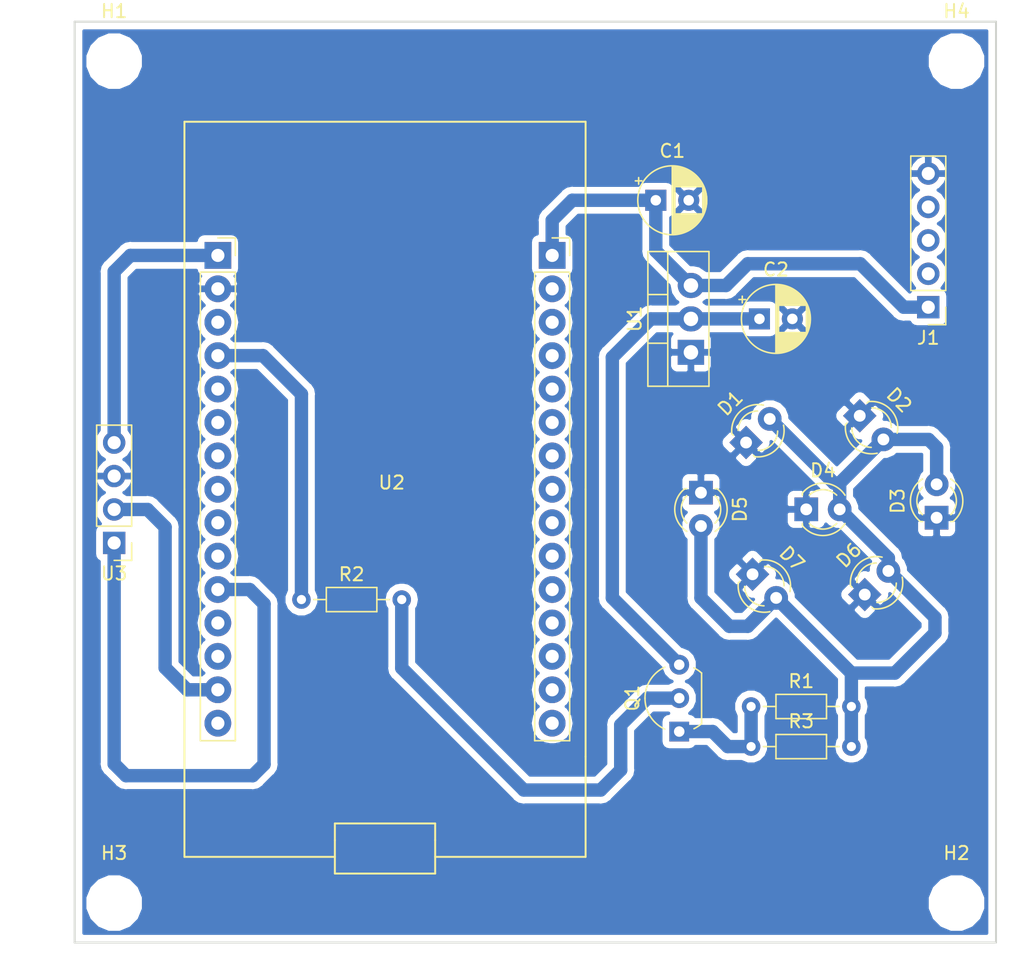
<source format=kicad_pcb>
(kicad_pcb (version 20171130) (host pcbnew 5.0.2-bee76a0~70~ubuntu18.04.1)

  (general
    (thickness 1.6)
    (drawings 4)
    (tracks 65)
    (zones 0)
    (modules 21)
    (nets 38)
  )

  (page A4)
  (layers
    (0 F.Cu signal)
    (31 B.Cu signal)
    (32 B.Adhes user)
    (33 F.Adhes user)
    (34 B.Paste user)
    (35 F.Paste user)
    (36 B.SilkS user)
    (37 F.SilkS user)
    (38 B.Mask user)
    (39 F.Mask user)
    (40 Dwgs.User user)
    (41 Cmts.User user)
    (42 Eco1.User user)
    (43 Eco2.User user)
    (44 Edge.Cuts user)
    (45 Margin user)
    (46 B.CrtYd user)
    (47 F.CrtYd user)
    (48 B.Fab user)
    (49 F.Fab user)
  )

  (setup
    (last_trace_width 1.016)
    (user_trace_width 1.016)
    (trace_clearance 0.2)
    (zone_clearance 0.508)
    (zone_45_only no)
    (trace_min 0.2)
    (segment_width 0.2)
    (edge_width 0.15)
    (via_size 0.8)
    (via_drill 0.4)
    (via_min_size 0.4)
    (via_min_drill 0.3)
    (uvia_size 0.3)
    (uvia_drill 0.1)
    (uvias_allowed no)
    (uvia_min_size 0.2)
    (uvia_min_drill 0.1)
    (pcb_text_width 0.3)
    (pcb_text_size 1.5 1.5)
    (mod_edge_width 0.15)
    (mod_text_size 1 1)
    (mod_text_width 0.15)
    (pad_size 1.524 1.524)
    (pad_drill 0.762)
    (pad_to_mask_clearance 0.051)
    (solder_mask_min_width 0.25)
    (aux_axis_origin 0 0)
    (visible_elements 7FFFFFFF)
    (pcbplotparams
      (layerselection 0x010fc_ffffffff)
      (usegerberextensions false)
      (usegerberattributes false)
      (usegerberadvancedattributes false)
      (creategerberjobfile false)
      (excludeedgelayer true)
      (linewidth 0.100000)
      (plotframeref false)
      (viasonmask false)
      (mode 1)
      (useauxorigin false)
      (hpglpennumber 1)
      (hpglpenspeed 20)
      (hpglpendiameter 15.000000)
      (psnegative false)
      (psa4output false)
      (plotreference true)
      (plotvalue true)
      (plotinvisibletext false)
      (padsonsilk false)
      (subtractmaskfromsilk false)
      (outputformat 1)
      (mirror false)
      (drillshape 1)
      (scaleselection 1)
      (outputdirectory ""))
  )

  (net 0 "")
  (net 1 "Net-(J1-Pad2)")
  (net 2 "Net-(Q1-Pad1)")
  (net 3 "Net-(D1-Pad2)")
  (net 4 "Net-(R2-Pad1)")
  (net 5 "Net-(Q1-Pad2)")
  (net 6 "Net-(C2-Pad1)")
  (net 7 GND)
  (net 8 +5V)
  (net 9 "Net-(U2-Pad3)")
  (net 10 "Net-(U2-Pad5)")
  (net 11 "Net-(U2-Pad6)")
  (net 12 "Net-(U2-Pad7)")
  (net 13 "Net-(U2-Pad8)")
  (net 14 "Net-(U2-Pad9)")
  (net 15 "Net-(U2-Pad10)")
  (net 16 "Net-(U2-Pad12)")
  (net 17 "Net-(U2-Pad13)")
  (net 18 "Net-(U2-Pad15)")
  (net 19 "Net-(U2-Pad25)")
  (net 20 "Net-(U2-Pad29)")
  (net 21 "Net-(U2-Pad24)")
  (net 22 "Net-(U2-Pad18)")
  (net 23 "Net-(U2-Pad28)")
  (net 24 "Net-(U2-Pad17)")
  (net 25 "Net-(U2-Pad23)")
  (net 26 "Net-(U2-Pad19)")
  (net 27 "Net-(U2-Pad22)")
  (net 28 "Net-(U2-Pad20)")
  (net 29 "Net-(U2-Pad21)")
  (net 30 "Net-(U2-Pad27)")
  (net 31 "Net-(U2-Pad16)")
  (net 32 "Net-(U2-Pad26)")
  (net 33 "Net-(J1-Pad3)")
  (net 34 "Net-(J1-Pad4)")
  (net 35 +3V3)
  (net 36 SCL)
  (net 37 SDA)

  (net_class Default "This is the default net class."
    (clearance 0.2)
    (trace_width 0.25)
    (via_dia 0.8)
    (via_drill 0.4)
    (uvia_dia 0.3)
    (uvia_drill 0.1)
    (add_net +3V3)
    (add_net +5V)
    (add_net GND)
    (add_net "Net-(C2-Pad1)")
    (add_net "Net-(D1-Pad2)")
    (add_net "Net-(J1-Pad2)")
    (add_net "Net-(J1-Pad3)")
    (add_net "Net-(J1-Pad4)")
    (add_net "Net-(Q1-Pad1)")
    (add_net "Net-(Q1-Pad2)")
    (add_net "Net-(R2-Pad1)")
    (add_net "Net-(U2-Pad10)")
    (add_net "Net-(U2-Pad12)")
    (add_net "Net-(U2-Pad13)")
    (add_net "Net-(U2-Pad15)")
    (add_net "Net-(U2-Pad16)")
    (add_net "Net-(U2-Pad17)")
    (add_net "Net-(U2-Pad18)")
    (add_net "Net-(U2-Pad19)")
    (add_net "Net-(U2-Pad20)")
    (add_net "Net-(U2-Pad21)")
    (add_net "Net-(U2-Pad22)")
    (add_net "Net-(U2-Pad23)")
    (add_net "Net-(U2-Pad24)")
    (add_net "Net-(U2-Pad25)")
    (add_net "Net-(U2-Pad26)")
    (add_net "Net-(U2-Pad27)")
    (add_net "Net-(U2-Pad28)")
    (add_net "Net-(U2-Pad29)")
    (add_net "Net-(U2-Pad3)")
    (add_net "Net-(U2-Pad5)")
    (add_net "Net-(U2-Pad6)")
    (add_net "Net-(U2-Pad7)")
    (add_net "Net-(U2-Pad8)")
    (add_net "Net-(U2-Pad9)")
    (add_net SCL)
    (add_net SDA)
  )

  (module Connector_PinHeader_2.54mm:PinHeader_1x04_P2.54mm_Vertical (layer F.Cu) (tedit 59FED5CC) (tstamp 5C9E9093)
    (at 15 51.62 180)
    (descr "Through hole straight pin header, 1x04, 2.54mm pitch, single row")
    (tags "Through hole pin header THT 1x04 2.54mm single row")
    (path /5C8F5CEE)
    (fp_text reference U3 (at 0 -2.33 180) (layer F.SilkS)
      (effects (font (size 1 1) (thickness 0.15)))
    )
    (fp_text value SHT3X_Breakout_Board (at 0 9.95 180) (layer F.Fab)
      (effects (font (size 1 1) (thickness 0.15)))
    )
    (fp_text user %R (at 0 3.81 270) (layer F.Fab)
      (effects (font (size 1 1) (thickness 0.15)))
    )
    (fp_line (start 1.8 -1.8) (end -1.8 -1.8) (layer F.CrtYd) (width 0.05))
    (fp_line (start 1.8 9.4) (end 1.8 -1.8) (layer F.CrtYd) (width 0.05))
    (fp_line (start -1.8 9.4) (end 1.8 9.4) (layer F.CrtYd) (width 0.05))
    (fp_line (start -1.8 -1.8) (end -1.8 9.4) (layer F.CrtYd) (width 0.05))
    (fp_line (start -1.33 -1.33) (end 0 -1.33) (layer F.SilkS) (width 0.12))
    (fp_line (start -1.33 0) (end -1.33 -1.33) (layer F.SilkS) (width 0.12))
    (fp_line (start -1.33 1.27) (end 1.33 1.27) (layer F.SilkS) (width 0.12))
    (fp_line (start 1.33 1.27) (end 1.33 8.95) (layer F.SilkS) (width 0.12))
    (fp_line (start -1.33 1.27) (end -1.33 8.95) (layer F.SilkS) (width 0.12))
    (fp_line (start -1.33 8.95) (end 1.33 8.95) (layer F.SilkS) (width 0.12))
    (fp_line (start -1.27 -0.635) (end -0.635 -1.27) (layer F.Fab) (width 0.1))
    (fp_line (start -1.27 8.89) (end -1.27 -0.635) (layer F.Fab) (width 0.1))
    (fp_line (start 1.27 8.89) (end -1.27 8.89) (layer F.Fab) (width 0.1))
    (fp_line (start 1.27 -1.27) (end 1.27 8.89) (layer F.Fab) (width 0.1))
    (fp_line (start -0.635 -1.27) (end 1.27 -1.27) (layer F.Fab) (width 0.1))
    (pad 4 thru_hole oval (at 0 7.62 180) (size 1.7 1.7) (drill 1) (layers *.Cu *.Mask)
      (net 35 +3V3))
    (pad 3 thru_hole oval (at 0 5.08 180) (size 1.7 1.7) (drill 1) (layers *.Cu *.Mask)
      (net 7 GND))
    (pad 2 thru_hole oval (at 0 2.54 180) (size 1.7 1.7) (drill 1) (layers *.Cu *.Mask)
      (net 36 SCL))
    (pad 1 thru_hole rect (at 0 0 180) (size 1.7 1.7) (drill 1) (layers *.Cu *.Mask)
      (net 37 SDA))
    (model ${KISYS3DMOD}/Connector_PinHeader_2.54mm.3dshapes/PinHeader_1x04_P2.54mm_Vertical.wrl
      (at (xyz 0 0 0))
      (scale (xyz 1 1 1))
      (rotate (xyz 0 0 0))
    )
  )

  (module MountingHole:MountingHole_3.2mm_M3_DIN965 (layer F.Cu) (tedit 56D1B4CB) (tstamp 5C9E8C31)
    (at 79 79)
    (descr "Mounting Hole 3.2mm, no annular, M3, DIN965")
    (tags "mounting hole 3.2mm no annular m3 din965")
    (path /5C8FA539)
    (attr virtual)
    (fp_text reference H2 (at 0 -3.8) (layer F.SilkS)
      (effects (font (size 1 1) (thickness 0.15)))
    )
    (fp_text value MountingHole (at 0 3.8) (layer F.Fab)
      (effects (font (size 1 1) (thickness 0.15)))
    )
    (fp_circle (center 0 0) (end 3.05 0) (layer F.CrtYd) (width 0.05))
    (fp_circle (center 0 0) (end 2.8 0) (layer Cmts.User) (width 0.15))
    (fp_text user %R (at 0.3 0) (layer F.Fab)
      (effects (font (size 1 1) (thickness 0.15)))
    )
    (pad 1 np_thru_hole circle (at 0 0) (size 3.2 3.2) (drill 3.2) (layers *.Cu *.Mask))
  )

  (module MountingHole:MountingHole_3.2mm_M3_DIN965 (layer F.Cu) (tedit 56D1B4CB) (tstamp 5C9E8C29)
    (at 15 79)
    (descr "Mounting Hole 3.2mm, no annular, M3, DIN965")
    (tags "mounting hole 3.2mm no annular m3 din965")
    (path /5C8FA575)
    (attr virtual)
    (fp_text reference H3 (at 0 -3.8) (layer F.SilkS)
      (effects (font (size 1 1) (thickness 0.15)))
    )
    (fp_text value MountingHole (at 0 3.8) (layer F.Fab)
      (effects (font (size 1 1) (thickness 0.15)))
    )
    (fp_circle (center 0 0) (end 3.05 0) (layer F.CrtYd) (width 0.05))
    (fp_circle (center 0 0) (end 2.8 0) (layer Cmts.User) (width 0.15))
    (fp_text user %R (at 0.3 0) (layer F.Fab)
      (effects (font (size 1 1) (thickness 0.15)))
    )
    (pad 1 np_thru_hole circle (at 0 0) (size 3.2 3.2) (drill 3.2) (layers *.Cu *.Mask))
  )

  (module MountingHole:MountingHole_3.2mm_M3_DIN965 (layer F.Cu) (tedit 56D1B4CB) (tstamp 5C9E8C21)
    (at 79 15)
    (descr "Mounting Hole 3.2mm, no annular, M3, DIN965")
    (tags "mounting hole 3.2mm no annular m3 din965")
    (path /5C8FA5BB)
    (attr virtual)
    (fp_text reference H4 (at 0 -3.8) (layer F.SilkS)
      (effects (font (size 1 1) (thickness 0.15)))
    )
    (fp_text value MountingHole (at 0 3.8) (layer F.Fab)
      (effects (font (size 1 1) (thickness 0.15)))
    )
    (fp_circle (center 0 0) (end 3.05 0) (layer F.CrtYd) (width 0.05))
    (fp_circle (center 0 0) (end 2.8 0) (layer Cmts.User) (width 0.15))
    (fp_text user %R (at 0.3 0) (layer F.Fab)
      (effects (font (size 1 1) (thickness 0.15)))
    )
    (pad 1 np_thru_hole circle (at 0 0) (size 3.2 3.2) (drill 3.2) (layers *.Cu *.Mask))
  )

  (module MountingHole:MountingHole_3.2mm_M3_DIN965 (layer F.Cu) (tedit 56D1B4CB) (tstamp 5C9E8C19)
    (at 15 15)
    (descr "Mounting Hole 3.2mm, no annular, M3, DIN965")
    (tags "mounting hole 3.2mm no annular m3 din965")
    (path /5C8FA4B1)
    (attr virtual)
    (fp_text reference H1 (at 0 -3.8) (layer F.SilkS)
      (effects (font (size 1 1) (thickness 0.15)))
    )
    (fp_text value MountingHole (at 0 3.8) (layer F.Fab)
      (effects (font (size 1 1) (thickness 0.15)))
    )
    (fp_circle (center 0 0) (end 3.05 0) (layer F.CrtYd) (width 0.05))
    (fp_circle (center 0 0) (end 2.8 0) (layer Cmts.User) (width 0.15))
    (fp_text user %R (at 0.3 0) (layer F.Fab)
      (effects (font (size 1 1) (thickness 0.15)))
    )
    (pad 1 np_thru_hole circle (at 0 0) (size 3.2 3.2) (drill 3.2) (layers *.Cu *.Mask))
  )

  (module Connector_PinHeader_2.54mm:PinHeader_1x05_P2.54mm_Vertical (layer F.Cu) (tedit 59FED5CC) (tstamp 5C9F5BD8)
    (at 76.855 33.704 180)
    (descr "Through hole straight pin header, 1x05, 2.54mm pitch, single row")
    (tags "Through hole pin header THT 1x05 2.54mm single row")
    (path /5C847D09)
    (fp_text reference J1 (at 0 -2.33 180) (layer F.SilkS)
      (effects (font (size 1 1) (thickness 0.15)))
    )
    (fp_text value Conn_01x05_Male (at 0 12.49 180) (layer F.Fab)
      (effects (font (size 1 1) (thickness 0.15)))
    )
    (fp_text user %R (at 0 5.08 270) (layer F.Fab)
      (effects (font (size 1 1) (thickness 0.15)))
    )
    (fp_line (start 1.8 -1.8) (end -1.8 -1.8) (layer F.CrtYd) (width 0.05))
    (fp_line (start 1.8 11.95) (end 1.8 -1.8) (layer F.CrtYd) (width 0.05))
    (fp_line (start -1.8 11.95) (end 1.8 11.95) (layer F.CrtYd) (width 0.05))
    (fp_line (start -1.8 -1.8) (end -1.8 11.95) (layer F.CrtYd) (width 0.05))
    (fp_line (start -1.33 -1.33) (end 0 -1.33) (layer F.SilkS) (width 0.12))
    (fp_line (start -1.33 0) (end -1.33 -1.33) (layer F.SilkS) (width 0.12))
    (fp_line (start -1.33 1.27) (end 1.33 1.27) (layer F.SilkS) (width 0.12))
    (fp_line (start 1.33 1.27) (end 1.33 11.49) (layer F.SilkS) (width 0.12))
    (fp_line (start -1.33 1.27) (end -1.33 11.49) (layer F.SilkS) (width 0.12))
    (fp_line (start -1.33 11.49) (end 1.33 11.49) (layer F.SilkS) (width 0.12))
    (fp_line (start -1.27 -0.635) (end -0.635 -1.27) (layer F.Fab) (width 0.1))
    (fp_line (start -1.27 11.43) (end -1.27 -0.635) (layer F.Fab) (width 0.1))
    (fp_line (start 1.27 11.43) (end -1.27 11.43) (layer F.Fab) (width 0.1))
    (fp_line (start 1.27 -1.27) (end 1.27 11.43) (layer F.Fab) (width 0.1))
    (fp_line (start -0.635 -1.27) (end 1.27 -1.27) (layer F.Fab) (width 0.1))
    (pad 5 thru_hole oval (at 0 10.16 180) (size 1.7 1.7) (drill 1) (layers *.Cu *.Mask)
      (net 7 GND))
    (pad 4 thru_hole oval (at 0 7.62 180) (size 1.7 1.7) (drill 1) (layers *.Cu *.Mask)
      (net 34 "Net-(J1-Pad4)"))
    (pad 3 thru_hole oval (at 0 5.08 180) (size 1.7 1.7) (drill 1) (layers *.Cu *.Mask)
      (net 33 "Net-(J1-Pad3)"))
    (pad 2 thru_hole oval (at 0 2.54 180) (size 1.7 1.7) (drill 1) (layers *.Cu *.Mask)
      (net 1 "Net-(J1-Pad2)"))
    (pad 1 thru_hole rect (at 0 0 180) (size 1.7 1.7) (drill 1) (layers *.Cu *.Mask)
      (net 8 +5V))
    (model ${KISYS3DMOD}/Connector_PinHeader_2.54mm.3dshapes/PinHeader_1x05_P2.54mm_Vertical.wrl
      (at (xyz 0 0 0))
      (scale (xyz 1 1 1))
      (rotate (xyz 0 0 0))
    )
  )

  (module Capacitor_THT:CP_Radial_D5.0mm_P2.50mm (layer F.Cu) (tedit 5AE50EF0) (tstamp 5C9F5A81)
    (at 56.154 25.576)
    (descr "CP, Radial series, Radial, pin pitch=2.50mm, , diameter=5mm, Electrolytic Capacitor")
    (tags "CP Radial series Radial pin pitch 2.50mm  diameter 5mm Electrolytic Capacitor")
    (path /5BF3DBED)
    (fp_text reference C1 (at 1.25 -3.75) (layer F.SilkS)
      (effects (font (size 1 1) (thickness 0.15)))
    )
    (fp_text value 0.1uF (at 1.25 3.75) (layer F.Fab)
      (effects (font (size 1 1) (thickness 0.15)))
    )
    (fp_text user %R (at 1.25 0) (layer F.Fab)
      (effects (font (size 1 1) (thickness 0.15)))
    )
    (fp_line (start -1.304775 -1.725) (end -1.304775 -1.225) (layer F.SilkS) (width 0.12))
    (fp_line (start -1.554775 -1.475) (end -1.054775 -1.475) (layer F.SilkS) (width 0.12))
    (fp_line (start 3.851 -0.284) (end 3.851 0.284) (layer F.SilkS) (width 0.12))
    (fp_line (start 3.811 -0.518) (end 3.811 0.518) (layer F.SilkS) (width 0.12))
    (fp_line (start 3.771 -0.677) (end 3.771 0.677) (layer F.SilkS) (width 0.12))
    (fp_line (start 3.731 -0.805) (end 3.731 0.805) (layer F.SilkS) (width 0.12))
    (fp_line (start 3.691 -0.915) (end 3.691 0.915) (layer F.SilkS) (width 0.12))
    (fp_line (start 3.651 -1.011) (end 3.651 1.011) (layer F.SilkS) (width 0.12))
    (fp_line (start 3.611 -1.098) (end 3.611 1.098) (layer F.SilkS) (width 0.12))
    (fp_line (start 3.571 -1.178) (end 3.571 1.178) (layer F.SilkS) (width 0.12))
    (fp_line (start 3.531 1.04) (end 3.531 1.251) (layer F.SilkS) (width 0.12))
    (fp_line (start 3.531 -1.251) (end 3.531 -1.04) (layer F.SilkS) (width 0.12))
    (fp_line (start 3.491 1.04) (end 3.491 1.319) (layer F.SilkS) (width 0.12))
    (fp_line (start 3.491 -1.319) (end 3.491 -1.04) (layer F.SilkS) (width 0.12))
    (fp_line (start 3.451 1.04) (end 3.451 1.383) (layer F.SilkS) (width 0.12))
    (fp_line (start 3.451 -1.383) (end 3.451 -1.04) (layer F.SilkS) (width 0.12))
    (fp_line (start 3.411 1.04) (end 3.411 1.443) (layer F.SilkS) (width 0.12))
    (fp_line (start 3.411 -1.443) (end 3.411 -1.04) (layer F.SilkS) (width 0.12))
    (fp_line (start 3.371 1.04) (end 3.371 1.5) (layer F.SilkS) (width 0.12))
    (fp_line (start 3.371 -1.5) (end 3.371 -1.04) (layer F.SilkS) (width 0.12))
    (fp_line (start 3.331 1.04) (end 3.331 1.554) (layer F.SilkS) (width 0.12))
    (fp_line (start 3.331 -1.554) (end 3.331 -1.04) (layer F.SilkS) (width 0.12))
    (fp_line (start 3.291 1.04) (end 3.291 1.605) (layer F.SilkS) (width 0.12))
    (fp_line (start 3.291 -1.605) (end 3.291 -1.04) (layer F.SilkS) (width 0.12))
    (fp_line (start 3.251 1.04) (end 3.251 1.653) (layer F.SilkS) (width 0.12))
    (fp_line (start 3.251 -1.653) (end 3.251 -1.04) (layer F.SilkS) (width 0.12))
    (fp_line (start 3.211 1.04) (end 3.211 1.699) (layer F.SilkS) (width 0.12))
    (fp_line (start 3.211 -1.699) (end 3.211 -1.04) (layer F.SilkS) (width 0.12))
    (fp_line (start 3.171 1.04) (end 3.171 1.743) (layer F.SilkS) (width 0.12))
    (fp_line (start 3.171 -1.743) (end 3.171 -1.04) (layer F.SilkS) (width 0.12))
    (fp_line (start 3.131 1.04) (end 3.131 1.785) (layer F.SilkS) (width 0.12))
    (fp_line (start 3.131 -1.785) (end 3.131 -1.04) (layer F.SilkS) (width 0.12))
    (fp_line (start 3.091 1.04) (end 3.091 1.826) (layer F.SilkS) (width 0.12))
    (fp_line (start 3.091 -1.826) (end 3.091 -1.04) (layer F.SilkS) (width 0.12))
    (fp_line (start 3.051 1.04) (end 3.051 1.864) (layer F.SilkS) (width 0.12))
    (fp_line (start 3.051 -1.864) (end 3.051 -1.04) (layer F.SilkS) (width 0.12))
    (fp_line (start 3.011 1.04) (end 3.011 1.901) (layer F.SilkS) (width 0.12))
    (fp_line (start 3.011 -1.901) (end 3.011 -1.04) (layer F.SilkS) (width 0.12))
    (fp_line (start 2.971 1.04) (end 2.971 1.937) (layer F.SilkS) (width 0.12))
    (fp_line (start 2.971 -1.937) (end 2.971 -1.04) (layer F.SilkS) (width 0.12))
    (fp_line (start 2.931 1.04) (end 2.931 1.971) (layer F.SilkS) (width 0.12))
    (fp_line (start 2.931 -1.971) (end 2.931 -1.04) (layer F.SilkS) (width 0.12))
    (fp_line (start 2.891 1.04) (end 2.891 2.004) (layer F.SilkS) (width 0.12))
    (fp_line (start 2.891 -2.004) (end 2.891 -1.04) (layer F.SilkS) (width 0.12))
    (fp_line (start 2.851 1.04) (end 2.851 2.035) (layer F.SilkS) (width 0.12))
    (fp_line (start 2.851 -2.035) (end 2.851 -1.04) (layer F.SilkS) (width 0.12))
    (fp_line (start 2.811 1.04) (end 2.811 2.065) (layer F.SilkS) (width 0.12))
    (fp_line (start 2.811 -2.065) (end 2.811 -1.04) (layer F.SilkS) (width 0.12))
    (fp_line (start 2.771 1.04) (end 2.771 2.095) (layer F.SilkS) (width 0.12))
    (fp_line (start 2.771 -2.095) (end 2.771 -1.04) (layer F.SilkS) (width 0.12))
    (fp_line (start 2.731 1.04) (end 2.731 2.122) (layer F.SilkS) (width 0.12))
    (fp_line (start 2.731 -2.122) (end 2.731 -1.04) (layer F.SilkS) (width 0.12))
    (fp_line (start 2.691 1.04) (end 2.691 2.149) (layer F.SilkS) (width 0.12))
    (fp_line (start 2.691 -2.149) (end 2.691 -1.04) (layer F.SilkS) (width 0.12))
    (fp_line (start 2.651 1.04) (end 2.651 2.175) (layer F.SilkS) (width 0.12))
    (fp_line (start 2.651 -2.175) (end 2.651 -1.04) (layer F.SilkS) (width 0.12))
    (fp_line (start 2.611 1.04) (end 2.611 2.2) (layer F.SilkS) (width 0.12))
    (fp_line (start 2.611 -2.2) (end 2.611 -1.04) (layer F.SilkS) (width 0.12))
    (fp_line (start 2.571 1.04) (end 2.571 2.224) (layer F.SilkS) (width 0.12))
    (fp_line (start 2.571 -2.224) (end 2.571 -1.04) (layer F.SilkS) (width 0.12))
    (fp_line (start 2.531 1.04) (end 2.531 2.247) (layer F.SilkS) (width 0.12))
    (fp_line (start 2.531 -2.247) (end 2.531 -1.04) (layer F.SilkS) (width 0.12))
    (fp_line (start 2.491 1.04) (end 2.491 2.268) (layer F.SilkS) (width 0.12))
    (fp_line (start 2.491 -2.268) (end 2.491 -1.04) (layer F.SilkS) (width 0.12))
    (fp_line (start 2.451 1.04) (end 2.451 2.29) (layer F.SilkS) (width 0.12))
    (fp_line (start 2.451 -2.29) (end 2.451 -1.04) (layer F.SilkS) (width 0.12))
    (fp_line (start 2.411 1.04) (end 2.411 2.31) (layer F.SilkS) (width 0.12))
    (fp_line (start 2.411 -2.31) (end 2.411 -1.04) (layer F.SilkS) (width 0.12))
    (fp_line (start 2.371 1.04) (end 2.371 2.329) (layer F.SilkS) (width 0.12))
    (fp_line (start 2.371 -2.329) (end 2.371 -1.04) (layer F.SilkS) (width 0.12))
    (fp_line (start 2.331 1.04) (end 2.331 2.348) (layer F.SilkS) (width 0.12))
    (fp_line (start 2.331 -2.348) (end 2.331 -1.04) (layer F.SilkS) (width 0.12))
    (fp_line (start 2.291 1.04) (end 2.291 2.365) (layer F.SilkS) (width 0.12))
    (fp_line (start 2.291 -2.365) (end 2.291 -1.04) (layer F.SilkS) (width 0.12))
    (fp_line (start 2.251 1.04) (end 2.251 2.382) (layer F.SilkS) (width 0.12))
    (fp_line (start 2.251 -2.382) (end 2.251 -1.04) (layer F.SilkS) (width 0.12))
    (fp_line (start 2.211 1.04) (end 2.211 2.398) (layer F.SilkS) (width 0.12))
    (fp_line (start 2.211 -2.398) (end 2.211 -1.04) (layer F.SilkS) (width 0.12))
    (fp_line (start 2.171 1.04) (end 2.171 2.414) (layer F.SilkS) (width 0.12))
    (fp_line (start 2.171 -2.414) (end 2.171 -1.04) (layer F.SilkS) (width 0.12))
    (fp_line (start 2.131 1.04) (end 2.131 2.428) (layer F.SilkS) (width 0.12))
    (fp_line (start 2.131 -2.428) (end 2.131 -1.04) (layer F.SilkS) (width 0.12))
    (fp_line (start 2.091 1.04) (end 2.091 2.442) (layer F.SilkS) (width 0.12))
    (fp_line (start 2.091 -2.442) (end 2.091 -1.04) (layer F.SilkS) (width 0.12))
    (fp_line (start 2.051 1.04) (end 2.051 2.455) (layer F.SilkS) (width 0.12))
    (fp_line (start 2.051 -2.455) (end 2.051 -1.04) (layer F.SilkS) (width 0.12))
    (fp_line (start 2.011 1.04) (end 2.011 2.468) (layer F.SilkS) (width 0.12))
    (fp_line (start 2.011 -2.468) (end 2.011 -1.04) (layer F.SilkS) (width 0.12))
    (fp_line (start 1.971 1.04) (end 1.971 2.48) (layer F.SilkS) (width 0.12))
    (fp_line (start 1.971 -2.48) (end 1.971 -1.04) (layer F.SilkS) (width 0.12))
    (fp_line (start 1.93 1.04) (end 1.93 2.491) (layer F.SilkS) (width 0.12))
    (fp_line (start 1.93 -2.491) (end 1.93 -1.04) (layer F.SilkS) (width 0.12))
    (fp_line (start 1.89 1.04) (end 1.89 2.501) (layer F.SilkS) (width 0.12))
    (fp_line (start 1.89 -2.501) (end 1.89 -1.04) (layer F.SilkS) (width 0.12))
    (fp_line (start 1.85 1.04) (end 1.85 2.511) (layer F.SilkS) (width 0.12))
    (fp_line (start 1.85 -2.511) (end 1.85 -1.04) (layer F.SilkS) (width 0.12))
    (fp_line (start 1.81 1.04) (end 1.81 2.52) (layer F.SilkS) (width 0.12))
    (fp_line (start 1.81 -2.52) (end 1.81 -1.04) (layer F.SilkS) (width 0.12))
    (fp_line (start 1.77 1.04) (end 1.77 2.528) (layer F.SilkS) (width 0.12))
    (fp_line (start 1.77 -2.528) (end 1.77 -1.04) (layer F.SilkS) (width 0.12))
    (fp_line (start 1.73 1.04) (end 1.73 2.536) (layer F.SilkS) (width 0.12))
    (fp_line (start 1.73 -2.536) (end 1.73 -1.04) (layer F.SilkS) (width 0.12))
    (fp_line (start 1.69 1.04) (end 1.69 2.543) (layer F.SilkS) (width 0.12))
    (fp_line (start 1.69 -2.543) (end 1.69 -1.04) (layer F.SilkS) (width 0.12))
    (fp_line (start 1.65 1.04) (end 1.65 2.55) (layer F.SilkS) (width 0.12))
    (fp_line (start 1.65 -2.55) (end 1.65 -1.04) (layer F.SilkS) (width 0.12))
    (fp_line (start 1.61 1.04) (end 1.61 2.556) (layer F.SilkS) (width 0.12))
    (fp_line (start 1.61 -2.556) (end 1.61 -1.04) (layer F.SilkS) (width 0.12))
    (fp_line (start 1.57 1.04) (end 1.57 2.561) (layer F.SilkS) (width 0.12))
    (fp_line (start 1.57 -2.561) (end 1.57 -1.04) (layer F.SilkS) (width 0.12))
    (fp_line (start 1.53 1.04) (end 1.53 2.565) (layer F.SilkS) (width 0.12))
    (fp_line (start 1.53 -2.565) (end 1.53 -1.04) (layer F.SilkS) (width 0.12))
    (fp_line (start 1.49 1.04) (end 1.49 2.569) (layer F.SilkS) (width 0.12))
    (fp_line (start 1.49 -2.569) (end 1.49 -1.04) (layer F.SilkS) (width 0.12))
    (fp_line (start 1.45 -2.573) (end 1.45 2.573) (layer F.SilkS) (width 0.12))
    (fp_line (start 1.41 -2.576) (end 1.41 2.576) (layer F.SilkS) (width 0.12))
    (fp_line (start 1.37 -2.578) (end 1.37 2.578) (layer F.SilkS) (width 0.12))
    (fp_line (start 1.33 -2.579) (end 1.33 2.579) (layer F.SilkS) (width 0.12))
    (fp_line (start 1.29 -2.58) (end 1.29 2.58) (layer F.SilkS) (width 0.12))
    (fp_line (start 1.25 -2.58) (end 1.25 2.58) (layer F.SilkS) (width 0.12))
    (fp_line (start -0.633605 -1.3375) (end -0.633605 -0.8375) (layer F.Fab) (width 0.1))
    (fp_line (start -0.883605 -1.0875) (end -0.383605 -1.0875) (layer F.Fab) (width 0.1))
    (fp_circle (center 1.25 0) (end 4 0) (layer F.CrtYd) (width 0.05))
    (fp_circle (center 1.25 0) (end 3.87 0) (layer F.SilkS) (width 0.12))
    (fp_circle (center 1.25 0) (end 3.75 0) (layer F.Fab) (width 0.1))
    (pad 2 thru_hole circle (at 2.5 0) (size 1.6 1.6) (drill 0.8) (layers *.Cu *.Mask)
      (net 7 GND))
    (pad 1 thru_hole rect (at 0 0) (size 1.6 1.6) (drill 0.8) (layers *.Cu *.Mask)
      (net 8 +5V))
    (model ${KISYS3DMOD}/Capacitor_THT.3dshapes/CP_Radial_D5.0mm_P2.50mm.wrl
      (at (xyz 0 0 0))
      (scale (xyz 1 1 1))
      (rotate (xyz 0 0 0))
    )
  )

  (module Capacitor_THT:CP_Radial_D5.0mm_P2.50mm (layer F.Cu) (tedit 5AE50EF0) (tstamp 5C9F57C0)
    (at 64.028 34.593)
    (descr "CP, Radial series, Radial, pin pitch=2.50mm, , diameter=5mm, Electrolytic Capacitor")
    (tags "CP Radial series Radial pin pitch 2.50mm  diameter 5mm Electrolytic Capacitor")
    (path /5BF3D418)
    (fp_text reference C2 (at 1.25 -3.75) (layer F.SilkS)
      (effects (font (size 1 1) (thickness 0.15)))
    )
    (fp_text value 10uF (at 1.25 3.75) (layer F.Fab)
      (effects (font (size 1 1) (thickness 0.15)))
    )
    (fp_text user %R (at 1.25 0) (layer F.Fab)
      (effects (font (size 1 1) (thickness 0.15)))
    )
    (fp_line (start -1.304775 -1.725) (end -1.304775 -1.225) (layer F.SilkS) (width 0.12))
    (fp_line (start -1.554775 -1.475) (end -1.054775 -1.475) (layer F.SilkS) (width 0.12))
    (fp_line (start 3.851 -0.284) (end 3.851 0.284) (layer F.SilkS) (width 0.12))
    (fp_line (start 3.811 -0.518) (end 3.811 0.518) (layer F.SilkS) (width 0.12))
    (fp_line (start 3.771 -0.677) (end 3.771 0.677) (layer F.SilkS) (width 0.12))
    (fp_line (start 3.731 -0.805) (end 3.731 0.805) (layer F.SilkS) (width 0.12))
    (fp_line (start 3.691 -0.915) (end 3.691 0.915) (layer F.SilkS) (width 0.12))
    (fp_line (start 3.651 -1.011) (end 3.651 1.011) (layer F.SilkS) (width 0.12))
    (fp_line (start 3.611 -1.098) (end 3.611 1.098) (layer F.SilkS) (width 0.12))
    (fp_line (start 3.571 -1.178) (end 3.571 1.178) (layer F.SilkS) (width 0.12))
    (fp_line (start 3.531 1.04) (end 3.531 1.251) (layer F.SilkS) (width 0.12))
    (fp_line (start 3.531 -1.251) (end 3.531 -1.04) (layer F.SilkS) (width 0.12))
    (fp_line (start 3.491 1.04) (end 3.491 1.319) (layer F.SilkS) (width 0.12))
    (fp_line (start 3.491 -1.319) (end 3.491 -1.04) (layer F.SilkS) (width 0.12))
    (fp_line (start 3.451 1.04) (end 3.451 1.383) (layer F.SilkS) (width 0.12))
    (fp_line (start 3.451 -1.383) (end 3.451 -1.04) (layer F.SilkS) (width 0.12))
    (fp_line (start 3.411 1.04) (end 3.411 1.443) (layer F.SilkS) (width 0.12))
    (fp_line (start 3.411 -1.443) (end 3.411 -1.04) (layer F.SilkS) (width 0.12))
    (fp_line (start 3.371 1.04) (end 3.371 1.5) (layer F.SilkS) (width 0.12))
    (fp_line (start 3.371 -1.5) (end 3.371 -1.04) (layer F.SilkS) (width 0.12))
    (fp_line (start 3.331 1.04) (end 3.331 1.554) (layer F.SilkS) (width 0.12))
    (fp_line (start 3.331 -1.554) (end 3.331 -1.04) (layer F.SilkS) (width 0.12))
    (fp_line (start 3.291 1.04) (end 3.291 1.605) (layer F.SilkS) (width 0.12))
    (fp_line (start 3.291 -1.605) (end 3.291 -1.04) (layer F.SilkS) (width 0.12))
    (fp_line (start 3.251 1.04) (end 3.251 1.653) (layer F.SilkS) (width 0.12))
    (fp_line (start 3.251 -1.653) (end 3.251 -1.04) (layer F.SilkS) (width 0.12))
    (fp_line (start 3.211 1.04) (end 3.211 1.699) (layer F.SilkS) (width 0.12))
    (fp_line (start 3.211 -1.699) (end 3.211 -1.04) (layer F.SilkS) (width 0.12))
    (fp_line (start 3.171 1.04) (end 3.171 1.743) (layer F.SilkS) (width 0.12))
    (fp_line (start 3.171 -1.743) (end 3.171 -1.04) (layer F.SilkS) (width 0.12))
    (fp_line (start 3.131 1.04) (end 3.131 1.785) (layer F.SilkS) (width 0.12))
    (fp_line (start 3.131 -1.785) (end 3.131 -1.04) (layer F.SilkS) (width 0.12))
    (fp_line (start 3.091 1.04) (end 3.091 1.826) (layer F.SilkS) (width 0.12))
    (fp_line (start 3.091 -1.826) (end 3.091 -1.04) (layer F.SilkS) (width 0.12))
    (fp_line (start 3.051 1.04) (end 3.051 1.864) (layer F.SilkS) (width 0.12))
    (fp_line (start 3.051 -1.864) (end 3.051 -1.04) (layer F.SilkS) (width 0.12))
    (fp_line (start 3.011 1.04) (end 3.011 1.901) (layer F.SilkS) (width 0.12))
    (fp_line (start 3.011 -1.901) (end 3.011 -1.04) (layer F.SilkS) (width 0.12))
    (fp_line (start 2.971 1.04) (end 2.971 1.937) (layer F.SilkS) (width 0.12))
    (fp_line (start 2.971 -1.937) (end 2.971 -1.04) (layer F.SilkS) (width 0.12))
    (fp_line (start 2.931 1.04) (end 2.931 1.971) (layer F.SilkS) (width 0.12))
    (fp_line (start 2.931 -1.971) (end 2.931 -1.04) (layer F.SilkS) (width 0.12))
    (fp_line (start 2.891 1.04) (end 2.891 2.004) (layer F.SilkS) (width 0.12))
    (fp_line (start 2.891 -2.004) (end 2.891 -1.04) (layer F.SilkS) (width 0.12))
    (fp_line (start 2.851 1.04) (end 2.851 2.035) (layer F.SilkS) (width 0.12))
    (fp_line (start 2.851 -2.035) (end 2.851 -1.04) (layer F.SilkS) (width 0.12))
    (fp_line (start 2.811 1.04) (end 2.811 2.065) (layer F.SilkS) (width 0.12))
    (fp_line (start 2.811 -2.065) (end 2.811 -1.04) (layer F.SilkS) (width 0.12))
    (fp_line (start 2.771 1.04) (end 2.771 2.095) (layer F.SilkS) (width 0.12))
    (fp_line (start 2.771 -2.095) (end 2.771 -1.04) (layer F.SilkS) (width 0.12))
    (fp_line (start 2.731 1.04) (end 2.731 2.122) (layer F.SilkS) (width 0.12))
    (fp_line (start 2.731 -2.122) (end 2.731 -1.04) (layer F.SilkS) (width 0.12))
    (fp_line (start 2.691 1.04) (end 2.691 2.149) (layer F.SilkS) (width 0.12))
    (fp_line (start 2.691 -2.149) (end 2.691 -1.04) (layer F.SilkS) (width 0.12))
    (fp_line (start 2.651 1.04) (end 2.651 2.175) (layer F.SilkS) (width 0.12))
    (fp_line (start 2.651 -2.175) (end 2.651 -1.04) (layer F.SilkS) (width 0.12))
    (fp_line (start 2.611 1.04) (end 2.611 2.2) (layer F.SilkS) (width 0.12))
    (fp_line (start 2.611 -2.2) (end 2.611 -1.04) (layer F.SilkS) (width 0.12))
    (fp_line (start 2.571 1.04) (end 2.571 2.224) (layer F.SilkS) (width 0.12))
    (fp_line (start 2.571 -2.224) (end 2.571 -1.04) (layer F.SilkS) (width 0.12))
    (fp_line (start 2.531 1.04) (end 2.531 2.247) (layer F.SilkS) (width 0.12))
    (fp_line (start 2.531 -2.247) (end 2.531 -1.04) (layer F.SilkS) (width 0.12))
    (fp_line (start 2.491 1.04) (end 2.491 2.268) (layer F.SilkS) (width 0.12))
    (fp_line (start 2.491 -2.268) (end 2.491 -1.04) (layer F.SilkS) (width 0.12))
    (fp_line (start 2.451 1.04) (end 2.451 2.29) (layer F.SilkS) (width 0.12))
    (fp_line (start 2.451 -2.29) (end 2.451 -1.04) (layer F.SilkS) (width 0.12))
    (fp_line (start 2.411 1.04) (end 2.411 2.31) (layer F.SilkS) (width 0.12))
    (fp_line (start 2.411 -2.31) (end 2.411 -1.04) (layer F.SilkS) (width 0.12))
    (fp_line (start 2.371 1.04) (end 2.371 2.329) (layer F.SilkS) (width 0.12))
    (fp_line (start 2.371 -2.329) (end 2.371 -1.04) (layer F.SilkS) (width 0.12))
    (fp_line (start 2.331 1.04) (end 2.331 2.348) (layer F.SilkS) (width 0.12))
    (fp_line (start 2.331 -2.348) (end 2.331 -1.04) (layer F.SilkS) (width 0.12))
    (fp_line (start 2.291 1.04) (end 2.291 2.365) (layer F.SilkS) (width 0.12))
    (fp_line (start 2.291 -2.365) (end 2.291 -1.04) (layer F.SilkS) (width 0.12))
    (fp_line (start 2.251 1.04) (end 2.251 2.382) (layer F.SilkS) (width 0.12))
    (fp_line (start 2.251 -2.382) (end 2.251 -1.04) (layer F.SilkS) (width 0.12))
    (fp_line (start 2.211 1.04) (end 2.211 2.398) (layer F.SilkS) (width 0.12))
    (fp_line (start 2.211 -2.398) (end 2.211 -1.04) (layer F.SilkS) (width 0.12))
    (fp_line (start 2.171 1.04) (end 2.171 2.414) (layer F.SilkS) (width 0.12))
    (fp_line (start 2.171 -2.414) (end 2.171 -1.04) (layer F.SilkS) (width 0.12))
    (fp_line (start 2.131 1.04) (end 2.131 2.428) (layer F.SilkS) (width 0.12))
    (fp_line (start 2.131 -2.428) (end 2.131 -1.04) (layer F.SilkS) (width 0.12))
    (fp_line (start 2.091 1.04) (end 2.091 2.442) (layer F.SilkS) (width 0.12))
    (fp_line (start 2.091 -2.442) (end 2.091 -1.04) (layer F.SilkS) (width 0.12))
    (fp_line (start 2.051 1.04) (end 2.051 2.455) (layer F.SilkS) (width 0.12))
    (fp_line (start 2.051 -2.455) (end 2.051 -1.04) (layer F.SilkS) (width 0.12))
    (fp_line (start 2.011 1.04) (end 2.011 2.468) (layer F.SilkS) (width 0.12))
    (fp_line (start 2.011 -2.468) (end 2.011 -1.04) (layer F.SilkS) (width 0.12))
    (fp_line (start 1.971 1.04) (end 1.971 2.48) (layer F.SilkS) (width 0.12))
    (fp_line (start 1.971 -2.48) (end 1.971 -1.04) (layer F.SilkS) (width 0.12))
    (fp_line (start 1.93 1.04) (end 1.93 2.491) (layer F.SilkS) (width 0.12))
    (fp_line (start 1.93 -2.491) (end 1.93 -1.04) (layer F.SilkS) (width 0.12))
    (fp_line (start 1.89 1.04) (end 1.89 2.501) (layer F.SilkS) (width 0.12))
    (fp_line (start 1.89 -2.501) (end 1.89 -1.04) (layer F.SilkS) (width 0.12))
    (fp_line (start 1.85 1.04) (end 1.85 2.511) (layer F.SilkS) (width 0.12))
    (fp_line (start 1.85 -2.511) (end 1.85 -1.04) (layer F.SilkS) (width 0.12))
    (fp_line (start 1.81 1.04) (end 1.81 2.52) (layer F.SilkS) (width 0.12))
    (fp_line (start 1.81 -2.52) (end 1.81 -1.04) (layer F.SilkS) (width 0.12))
    (fp_line (start 1.77 1.04) (end 1.77 2.528) (layer F.SilkS) (width 0.12))
    (fp_line (start 1.77 -2.528) (end 1.77 -1.04) (layer F.SilkS) (width 0.12))
    (fp_line (start 1.73 1.04) (end 1.73 2.536) (layer F.SilkS) (width 0.12))
    (fp_line (start 1.73 -2.536) (end 1.73 -1.04) (layer F.SilkS) (width 0.12))
    (fp_line (start 1.69 1.04) (end 1.69 2.543) (layer F.SilkS) (width 0.12))
    (fp_line (start 1.69 -2.543) (end 1.69 -1.04) (layer F.SilkS) (width 0.12))
    (fp_line (start 1.65 1.04) (end 1.65 2.55) (layer F.SilkS) (width 0.12))
    (fp_line (start 1.65 -2.55) (end 1.65 -1.04) (layer F.SilkS) (width 0.12))
    (fp_line (start 1.61 1.04) (end 1.61 2.556) (layer F.SilkS) (width 0.12))
    (fp_line (start 1.61 -2.556) (end 1.61 -1.04) (layer F.SilkS) (width 0.12))
    (fp_line (start 1.57 1.04) (end 1.57 2.561) (layer F.SilkS) (width 0.12))
    (fp_line (start 1.57 -2.561) (end 1.57 -1.04) (layer F.SilkS) (width 0.12))
    (fp_line (start 1.53 1.04) (end 1.53 2.565) (layer F.SilkS) (width 0.12))
    (fp_line (start 1.53 -2.565) (end 1.53 -1.04) (layer F.SilkS) (width 0.12))
    (fp_line (start 1.49 1.04) (end 1.49 2.569) (layer F.SilkS) (width 0.12))
    (fp_line (start 1.49 -2.569) (end 1.49 -1.04) (layer F.SilkS) (width 0.12))
    (fp_line (start 1.45 -2.573) (end 1.45 2.573) (layer F.SilkS) (width 0.12))
    (fp_line (start 1.41 -2.576) (end 1.41 2.576) (layer F.SilkS) (width 0.12))
    (fp_line (start 1.37 -2.578) (end 1.37 2.578) (layer F.SilkS) (width 0.12))
    (fp_line (start 1.33 -2.579) (end 1.33 2.579) (layer F.SilkS) (width 0.12))
    (fp_line (start 1.29 -2.58) (end 1.29 2.58) (layer F.SilkS) (width 0.12))
    (fp_line (start 1.25 -2.58) (end 1.25 2.58) (layer F.SilkS) (width 0.12))
    (fp_line (start -0.633605 -1.3375) (end -0.633605 -0.8375) (layer F.Fab) (width 0.1))
    (fp_line (start -0.883605 -1.0875) (end -0.383605 -1.0875) (layer F.Fab) (width 0.1))
    (fp_circle (center 1.25 0) (end 4 0) (layer F.CrtYd) (width 0.05))
    (fp_circle (center 1.25 0) (end 3.87 0) (layer F.SilkS) (width 0.12))
    (fp_circle (center 1.25 0) (end 3.75 0) (layer F.Fab) (width 0.1))
    (pad 2 thru_hole circle (at 2.5 0) (size 1.6 1.6) (drill 0.8) (layers *.Cu *.Mask)
      (net 7 GND))
    (pad 1 thru_hole rect (at 0 0) (size 1.6 1.6) (drill 0.8) (layers *.Cu *.Mask)
      (net 6 "Net-(C2-Pad1)"))
    (model ${KISYS3DMOD}/Capacitor_THT.3dshapes/CP_Radial_D5.0mm_P2.50mm.wrl
      (at (xyz 0 0 0))
      (scale (xyz 1 1 1))
      (rotate (xyz 0 0 0))
    )
  )

  (module ESP32:ESP32_DOIT_v1 (layer F.Cu) (tedit 5C84FC6B) (tstamp 5C9F5D91)
    (at 35.58 47.547)
    (descr "Through hole straight socket strip, 1x15, 2.54mm pitch, single row (from Kicad 4.0.7), script generated")
    (tags "Through hole socket strip THT 1x15 2.54mm single row")
    (path /5BF3AADC)
    (fp_text reference U2 (at 0.508 -0.508) (layer F.SilkS)
      (effects (font (size 1 1) (thickness 0.15)))
    )
    (fp_text value ESP-32S (at -2.54 -30.48) (layer F.Fab)
      (effects (font (size 1 1) (thickness 0.15)))
    )
    (fp_line (start 3.81 25.4) (end 3.81 26.67) (layer F.SilkS) (width 0.15))
    (fp_line (start -3.81 25.4) (end 3.81 25.4) (layer F.SilkS) (width 0.15))
    (fp_line (start -3.81 26.67) (end -3.81 25.4) (layer F.SilkS) (width 0.15))
    (fp_line (start -3.81 26.67) (end -3.81 29.21) (layer F.SilkS) (width 0.15))
    (fp_line (start 3.81 29.21) (end 3.81 26.67) (layer F.SilkS) (width 0.15))
    (fp_line (start -3.81 29.21) (end 3.81 29.21) (layer F.SilkS) (width 0.15))
    (fp_line (start -15.24 -27.94) (end -15.24 0) (layer F.SilkS) (width 0.15))
    (fp_line (start 15.24 -27.94) (end -15.24 -27.94) (layer F.SilkS) (width 0.15))
    (fp_line (start 15.24 0) (end 15.24 -27.94) (layer F.SilkS) (width 0.15))
    (fp_line (start 15.24 20.32) (end 15.24 0) (layer F.SilkS) (width 0.15))
    (fp_line (start 15.24 27.94) (end 15.24 20.32) (layer F.SilkS) (width 0.15))
    (fp_line (start 3.81 27.94) (end 15.24 27.94) (layer F.SilkS) (width 0.15))
    (fp_line (start -15.24 27.94) (end -3.81 27.94) (layer F.SilkS) (width 0.15))
    (fp_line (start -15.24 0) (end -15.24 27.94) (layer F.SilkS) (width 0.15))
    (fp_line (start 14.03 -16.51) (end 14.03 19.11) (layer F.SilkS) (width 0.12))
    (fp_line (start 13.97 19.05) (end 11.43 19.05) (layer F.Fab) (width 0.1))
    (fp_line (start 13.335 -19.05) (end 13.97 -18.415) (layer F.Fab) (width 0.1))
    (fp_line (start 13.97 -18.415) (end 13.97 19.05) (layer F.Fab) (width 0.1))
    (fp_line (start 11.37 -16.51) (end 14.03 -16.51) (layer F.SilkS) (width 0.12))
    (fp_line (start 14.03 -19.11) (end 14.03 -17.78) (layer F.SilkS) (width 0.12))
    (fp_line (start 14.45 19.52) (end 10.9 19.52) (layer F.CrtYd) (width 0.05))
    (fp_line (start 10.9 -19.58) (end 14.45 -19.58) (layer F.CrtYd) (width 0.05))
    (fp_line (start 11.43 -19.05) (end 13.335 -19.05) (layer F.Fab) (width 0.1))
    (fp_line (start 11.37 -16.51) (end 11.37 19.11) (layer F.SilkS) (width 0.12))
    (fp_line (start 11.37 19.11) (end 14.03 19.11) (layer F.SilkS) (width 0.12))
    (fp_line (start 11.43 19.05) (end 11.43 -19.05) (layer F.Fab) (width 0.1))
    (fp_line (start 12.7 -19.11) (end 14.03 -19.11) (layer F.SilkS) (width 0.12))
    (fp_line (start 14.45 -19.58) (end 14.45 19.52) (layer F.CrtYd) (width 0.05))
    (fp_line (start 10.9 19.52) (end 10.9 -19.58) (layer F.CrtYd) (width 0.05))
    (fp_text user %R (at -12.7 0 90) (layer F.Fab)
      (effects (font (size 1 1) (thickness 0.15)))
    )
    (fp_line (start -14.5 19.52) (end -14.5 -19.58) (layer F.CrtYd) (width 0.05))
    (fp_line (start -10.95 19.52) (end -14.5 19.52) (layer F.CrtYd) (width 0.05))
    (fp_line (start -10.95 -19.58) (end -10.95 19.52) (layer F.CrtYd) (width 0.05))
    (fp_line (start -14.5 -19.58) (end -10.95 -19.58) (layer F.CrtYd) (width 0.05))
    (fp_line (start -12.7 -19.11) (end -11.37 -19.11) (layer F.SilkS) (width 0.12))
    (fp_line (start -11.37 -19.11) (end -11.37 -17.78) (layer F.SilkS) (width 0.12))
    (fp_line (start -11.37 -16.51) (end -11.37 19.11) (layer F.SilkS) (width 0.12))
    (fp_line (start -14.03 19.11) (end -11.37 19.11) (layer F.SilkS) (width 0.12))
    (fp_line (start -14.03 -16.51) (end -14.03 19.11) (layer F.SilkS) (width 0.12))
    (fp_line (start -14.03 -16.51) (end -11.37 -16.51) (layer F.SilkS) (width 0.12))
    (fp_line (start -13.97 19.05) (end -13.97 -19.05) (layer F.Fab) (width 0.1))
    (fp_line (start -11.43 19.05) (end -13.97 19.05) (layer F.Fab) (width 0.1))
    (fp_line (start -11.43 -18.415) (end -11.43 19.05) (layer F.Fab) (width 0.1))
    (fp_line (start -12.065 -19.05) (end -11.43 -18.415) (layer F.Fab) (width 0.1))
    (fp_line (start -13.97 -19.05) (end -12.065 -19.05) (layer F.Fab) (width 0.1))
    (pad 26 thru_hole oval (at 12.7 -7.62) (size 2.032 2.032) (drill 1) (layers *.Cu *.Mask)
      (net 32 "Net-(U2-Pad26)"))
    (pad 16 thru_hole oval (at 12.7 17.78) (size 2.032 2.032) (drill 1) (layers *.Cu *.Mask)
      (net 31 "Net-(U2-Pad16)"))
    (pad 27 thru_hole oval (at 12.7 -10.16) (size 2.032 2.032) (drill 1) (layers *.Cu *.Mask)
      (net 30 "Net-(U2-Pad27)"))
    (pad 21 thru_hole oval (at 12.7 5.08) (size 2.032 2.032) (drill 1) (layers *.Cu *.Mask)
      (net 29 "Net-(U2-Pad21)"))
    (pad 20 thru_hole oval (at 12.7 7.62) (size 2.032 2.032) (drill 1) (layers *.Cu *.Mask)
      (net 28 "Net-(U2-Pad20)"))
    (pad 22 thru_hole oval (at 12.7 2.54) (size 2.032 2.032) (drill 1) (layers *.Cu *.Mask)
      (net 27 "Net-(U2-Pad22)"))
    (pad 19 thru_hole oval (at 12.7 10.16) (size 2.032 2.032) (drill 1) (layers *.Cu *.Mask)
      (net 26 "Net-(U2-Pad19)"))
    (pad 23 thru_hole oval (at 12.7 0) (size 2.032 2.032) (drill 1) (layers *.Cu *.Mask)
      (net 25 "Net-(U2-Pad23)"))
    (pad 17 thru_hole oval (at 12.7 15.24) (size 2.032 2.032) (drill 1) (layers *.Cu *.Mask)
      (net 24 "Net-(U2-Pad17)"))
    (pad 30 thru_hole rect (at 12.7 -17.78) (size 2.032 2.032) (drill 1) (layers *.Cu *.Mask)
      (net 8 +5V))
    (pad 28 thru_hole oval (at 12.7 -12.7) (size 2.032 2.032) (drill 1) (layers *.Cu *.Mask)
      (net 23 "Net-(U2-Pad28)"))
    (pad 18 thru_hole oval (at 12.7 12.7) (size 2.032 2.032) (drill 1) (layers *.Cu *.Mask)
      (net 22 "Net-(U2-Pad18)"))
    (pad 24 thru_hole oval (at 12.7 -2.54) (size 2.032 2.032) (drill 1) (layers *.Cu *.Mask)
      (net 21 "Net-(U2-Pad24)"))
    (pad 29 thru_hole oval (at 12.7 -15.24) (size 2.032 2.032) (drill 1) (layers *.Cu *.Mask)
      (net 20 "Net-(U2-Pad29)"))
    (pad 25 thru_hole oval (at 12.7 -5.08) (size 2.032 2.032) (drill 1) (layers *.Cu *.Mask)
      (net 19 "Net-(U2-Pad25)"))
    (pad 15 thru_hole oval (at -12.7 17.78) (size 2.032 2.032) (drill 1) (layers *.Cu *.Mask)
      (net 18 "Net-(U2-Pad15)"))
    (pad 14 thru_hole oval (at -12.7 15.24) (size 2.032 2.032) (drill 1) (layers *.Cu *.Mask)
      (net 36 SCL))
    (pad 13 thru_hole oval (at -12.7 12.7) (size 2.032 2.032) (drill 1) (layers *.Cu *.Mask)
      (net 17 "Net-(U2-Pad13)"))
    (pad 12 thru_hole oval (at -12.7 10.16) (size 2.032 2.032) (drill 1) (layers *.Cu *.Mask)
      (net 16 "Net-(U2-Pad12)"))
    (pad 11 thru_hole oval (at -12.7 7.62) (size 2.032 2.032) (drill 1) (layers *.Cu *.Mask)
      (net 37 SDA))
    (pad 10 thru_hole oval (at -12.7 5.08) (size 2.032 2.032) (drill 1) (layers *.Cu *.Mask)
      (net 15 "Net-(U2-Pad10)"))
    (pad 9 thru_hole oval (at -12.7 2.54) (size 2.032 2.032) (drill 1) (layers *.Cu *.Mask)
      (net 14 "Net-(U2-Pad9)"))
    (pad 8 thru_hole oval (at -12.7 0) (size 2.032 2.032) (drill 1) (layers *.Cu *.Mask)
      (net 13 "Net-(U2-Pad8)"))
    (pad 7 thru_hole oval (at -12.7 -2.54) (size 2.032 2.032) (drill 1) (layers *.Cu *.Mask)
      (net 12 "Net-(U2-Pad7)"))
    (pad 6 thru_hole oval (at -12.7 -5.08) (size 2.032 2.032) (drill 1) (layers *.Cu *.Mask)
      (net 11 "Net-(U2-Pad6)"))
    (pad 5 thru_hole oval (at -12.7 -7.62) (size 2.032 2.032) (drill 1) (layers *.Cu *.Mask)
      (net 10 "Net-(U2-Pad5)"))
    (pad 4 thru_hole oval (at -12.7 -10.16) (size 2.032 2.032) (drill 1) (layers *.Cu *.Mask)
      (net 4 "Net-(R2-Pad1)"))
    (pad 3 thru_hole oval (at -12.7 -12.7) (size 2.032 2.032) (drill 1) (layers *.Cu *.Mask)
      (net 9 "Net-(U2-Pad3)"))
    (pad 2 thru_hole oval (at -12.7 -15.24) (size 2.032 2.032) (drill 1) (layers *.Cu *.Mask)
      (net 7 GND))
    (pad 1 thru_hole rect (at -12.7 -17.78) (size 2.032 2.032) (drill 1) (layers *.Cu *.Mask)
      (net 35 +3V3))
  )

  (module LED_THT:LED_D3.0mm_IRGrey (layer F.Cu) (tedit 5A6C9BB8) (tstamp 5C9F5C1B)
    (at 77.49 49.706 90)
    (descr "IR-LED, diameter 3.0mm, 2 pins, color: grey")
    (tags "IR infrared LED diameter 3.0mm 2 pins grey")
    (path /5C841DB5)
    (fp_text reference D3 (at 1.27 -2.96 90) (layer F.SilkS)
      (effects (font (size 1 1) (thickness 0.15)))
    )
    (fp_text value IRL81A (at 1.27 2.96 90) (layer F.Fab)
      (effects (font (size 1 1) (thickness 0.15)))
    )
    (fp_arc (start 1.27 0) (end 0.229039 1.08) (angle -87.9) (layer F.SilkS) (width 0.12))
    (fp_arc (start 1.27 0) (end 0.229039 -1.08) (angle 87.9) (layer F.SilkS) (width 0.12))
    (fp_arc (start 1.27 0) (end -0.29 1.235516) (angle -108.8) (layer F.SilkS) (width 0.12))
    (fp_arc (start 1.27 0) (end -0.29 -1.235516) (angle 108.8) (layer F.SilkS) (width 0.12))
    (fp_arc (start 1.27 0) (end -0.23 -1.16619) (angle 284.3) (layer F.Fab) (width 0.1))
    (fp_circle (center 1.27 0) (end 2.77 0) (layer F.Fab) (width 0.1))
    (fp_line (start 3.7 -2.25) (end -1.15 -2.25) (layer F.CrtYd) (width 0.05))
    (fp_line (start 3.7 2.25) (end 3.7 -2.25) (layer F.CrtYd) (width 0.05))
    (fp_line (start -1.15 2.25) (end 3.7 2.25) (layer F.CrtYd) (width 0.05))
    (fp_line (start -1.15 -2.25) (end -1.15 2.25) (layer F.CrtYd) (width 0.05))
    (fp_line (start -0.29 1.08) (end -0.29 1.236) (layer F.SilkS) (width 0.12))
    (fp_line (start -0.29 -1.236) (end -0.29 -1.08) (layer F.SilkS) (width 0.12))
    (fp_line (start -0.23 -1.16619) (end -0.23 1.16619) (layer F.Fab) (width 0.1))
    (fp_text user %R (at 1.47 0 90) (layer F.Fab)
      (effects (font (size 0.8 0.8) (thickness 0.12)))
    )
    (pad 2 thru_hole circle (at 2.54 0 90) (size 1.8 1.8) (drill 0.9) (layers *.Cu *.Mask)
      (net 3 "Net-(D1-Pad2)"))
    (pad 1 thru_hole rect (at 0 0 90) (size 1.8 1.8) (drill 0.9) (layers *.Cu *.Mask)
      (net 7 GND))
    (model ${KISYS3DMOD}/LED_THT.3dshapes/LED_D3.0mm_IRGrey.wrl
      (at (xyz 0 0 0))
      (scale (xyz 1 1 1))
      (rotate (xyz 0 0 0))
    )
  )

  (module LED_THT:LED_D3.0mm_IRGrey (layer F.Cu) (tedit 5A6C9BB8) (tstamp 5C9F58D9)
    (at 63.501949 54.005949 315)
    (descr "IR-LED, diameter 3.0mm, 2 pins, color: grey")
    (tags "IR infrared LED diameter 3.0mm 2 pins grey")
    (path /5C841B79)
    (fp_text reference D7 (at 1.270001 -2.96 315) (layer F.SilkS)
      (effects (font (size 1 1) (thickness 0.15)))
    )
    (fp_text value IRL81A (at 1.270001 2.96 315) (layer F.Fab)
      (effects (font (size 1 1) (thickness 0.15)))
    )
    (fp_arc (start 1.270001 0) (end 0.229039 1.08) (angle -87.9) (layer F.SilkS) (width 0.12))
    (fp_arc (start 1.270001 0) (end 0.229039 -1.08) (angle 87.9) (layer F.SilkS) (width 0.12))
    (fp_arc (start 1.270001 0) (end -0.29 1.235516) (angle -108.8) (layer F.SilkS) (width 0.12))
    (fp_arc (start 1.270001 0) (end -0.29 -1.235516) (angle 108.8) (layer F.SilkS) (width 0.12))
    (fp_arc (start 1.270001 0) (end -0.23 -1.166189) (angle 284.3) (layer F.Fab) (width 0.1))
    (fp_circle (center 1.270001 0) (end 2.77 0) (layer F.Fab) (width 0.1))
    (fp_line (start 3.7 -2.25) (end -1.15 -2.25) (layer F.CrtYd) (width 0.05))
    (fp_line (start 3.7 2.25) (end 3.7 -2.25) (layer F.CrtYd) (width 0.05))
    (fp_line (start -1.15 2.25) (end 3.7 2.25) (layer F.CrtYd) (width 0.05))
    (fp_line (start -1.15 -2.25) (end -1.15 2.25) (layer F.CrtYd) (width 0.05))
    (fp_line (start -0.29 1.08) (end -0.29 1.236) (layer F.SilkS) (width 0.12))
    (fp_line (start -0.29 -1.236) (end -0.29 -1.08) (layer F.SilkS) (width 0.12))
    (fp_line (start -0.23 -1.166189) (end -0.23 1.166189) (layer F.Fab) (width 0.1))
    (fp_text user %R (at 1.47 0 315) (layer F.Fab)
      (effects (font (size 0.8 0.8) (thickness 0.12)))
    )
    (pad 2 thru_hole circle (at 2.54 0 315) (size 1.8 1.8) (drill 0.9) (layers *.Cu *.Mask)
      (net 3 "Net-(D1-Pad2)"))
    (pad 1 thru_hole rect (at 0 0 315) (size 1.8 1.8) (drill 0.9) (layers *.Cu *.Mask)
      (net 7 GND))
    (model ${KISYS3DMOD}/LED_THT.3dshapes/LED_D3.0mm_IRGrey.wrl
      (at (xyz 0 0 0))
      (scale (xyz 1 1 1))
      (rotate (xyz 0 0 0))
    )
  )

  (module LED_THT:LED_D3.0mm_IRGrey (layer F.Cu) (tedit 5A6C9BB8) (tstamp 5C9F5B9A)
    (at 59.583 47.801 270)
    (descr "IR-LED, diameter 3.0mm, 2 pins, color: grey")
    (tags "IR infrared LED diameter 3.0mm 2 pins grey")
    (path /5C8416F4)
    (fp_text reference D5 (at 1.27 -2.96 270) (layer F.SilkS)
      (effects (font (size 1 1) (thickness 0.15)))
    )
    (fp_text value IRL81A (at 1.27 2.96 270) (layer F.Fab)
      (effects (font (size 1 1) (thickness 0.15)))
    )
    (fp_arc (start 1.27 0) (end 0.229039 1.08) (angle -87.9) (layer F.SilkS) (width 0.12))
    (fp_arc (start 1.27 0) (end 0.229039 -1.08) (angle 87.9) (layer F.SilkS) (width 0.12))
    (fp_arc (start 1.27 0) (end -0.29 1.235516) (angle -108.8) (layer F.SilkS) (width 0.12))
    (fp_arc (start 1.27 0) (end -0.29 -1.235516) (angle 108.8) (layer F.SilkS) (width 0.12))
    (fp_arc (start 1.27 0) (end -0.23 -1.16619) (angle 284.3) (layer F.Fab) (width 0.1))
    (fp_circle (center 1.27 0) (end 2.77 0) (layer F.Fab) (width 0.1))
    (fp_line (start 3.7 -2.25) (end -1.15 -2.25) (layer F.CrtYd) (width 0.05))
    (fp_line (start 3.7 2.25) (end 3.7 -2.25) (layer F.CrtYd) (width 0.05))
    (fp_line (start -1.15 2.25) (end 3.7 2.25) (layer F.CrtYd) (width 0.05))
    (fp_line (start -1.15 -2.25) (end -1.15 2.25) (layer F.CrtYd) (width 0.05))
    (fp_line (start -0.29 1.08) (end -0.29 1.236) (layer F.SilkS) (width 0.12))
    (fp_line (start -0.29 -1.236) (end -0.29 -1.08) (layer F.SilkS) (width 0.12))
    (fp_line (start -0.23 -1.16619) (end -0.23 1.16619) (layer F.Fab) (width 0.1))
    (fp_text user %R (at 1.47 0 270) (layer F.Fab)
      (effects (font (size 0.8 0.8) (thickness 0.12)))
    )
    (pad 2 thru_hole circle (at 2.54 0 270) (size 1.8 1.8) (drill 0.9) (layers *.Cu *.Mask)
      (net 3 "Net-(D1-Pad2)"))
    (pad 1 thru_hole rect (at 0 0 270) (size 1.8 1.8) (drill 0.9) (layers *.Cu *.Mask)
      (net 7 GND))
    (model ${KISYS3DMOD}/LED_THT.3dshapes/LED_D3.0mm_IRGrey.wrl
      (at (xyz 0 0 0))
      (scale (xyz 1 1 1))
      (rotate (xyz 0 0 0))
    )
  )

  (module LED_THT:LED_D3.0mm_IRGrey (layer F.Cu) (tedit 5A6C9BB8) (tstamp 5C9F56A5)
    (at 67.584 49.071)
    (descr "IR-LED, diameter 3.0mm, 2 pins, color: grey")
    (tags "IR infrared LED diameter 3.0mm 2 pins grey")
    (path /5C841488)
    (fp_text reference D4 (at 1.27 -2.96) (layer F.SilkS)
      (effects (font (size 1 1) (thickness 0.15)))
    )
    (fp_text value IRL81A (at 1.27 2.96) (layer F.Fab)
      (effects (font (size 1 1) (thickness 0.15)))
    )
    (fp_arc (start 1.27 0) (end 0.229039 1.08) (angle -87.9) (layer F.SilkS) (width 0.12))
    (fp_arc (start 1.27 0) (end 0.229039 -1.08) (angle 87.9) (layer F.SilkS) (width 0.12))
    (fp_arc (start 1.27 0) (end -0.29 1.235516) (angle -108.8) (layer F.SilkS) (width 0.12))
    (fp_arc (start 1.27 0) (end -0.29 -1.235516) (angle 108.8) (layer F.SilkS) (width 0.12))
    (fp_arc (start 1.27 0) (end -0.23 -1.16619) (angle 284.3) (layer F.Fab) (width 0.1))
    (fp_circle (center 1.27 0) (end 2.77 0) (layer F.Fab) (width 0.1))
    (fp_line (start 3.7 -2.25) (end -1.15 -2.25) (layer F.CrtYd) (width 0.05))
    (fp_line (start 3.7 2.25) (end 3.7 -2.25) (layer F.CrtYd) (width 0.05))
    (fp_line (start -1.15 2.25) (end 3.7 2.25) (layer F.CrtYd) (width 0.05))
    (fp_line (start -1.15 -2.25) (end -1.15 2.25) (layer F.CrtYd) (width 0.05))
    (fp_line (start -0.29 1.08) (end -0.29 1.236) (layer F.SilkS) (width 0.12))
    (fp_line (start -0.29 -1.236) (end -0.29 -1.08) (layer F.SilkS) (width 0.12))
    (fp_line (start -0.23 -1.16619) (end -0.23 1.16619) (layer F.Fab) (width 0.1))
    (fp_text user %R (at 1.47 0) (layer F.Fab)
      (effects (font (size 0.8 0.8) (thickness 0.12)))
    )
    (pad 2 thru_hole circle (at 2.54 0) (size 1.8 1.8) (drill 0.9) (layers *.Cu *.Mask)
      (net 3 "Net-(D1-Pad2)"))
    (pad 1 thru_hole rect (at 0 0) (size 1.8 1.8) (drill 0.9) (layers *.Cu *.Mask)
      (net 7 GND))
    (model ${KISYS3DMOD}/LED_THT.3dshapes/LED_D3.0mm_IRGrey.wrl
      (at (xyz 0 0 0))
      (scale (xyz 1 1 1))
      (rotate (xyz 0 0 0))
    )
  )

  (module LED_THT:LED_D3.0mm_IRGrey (layer F.Cu) (tedit 5A6C9BB8) (tstamp 5C9F594B)
    (at 71.648 41.959 315)
    (descr "IR-LED, diameter 3.0mm, 2 pins, color: grey")
    (tags "IR infrared LED diameter 3.0mm 2 pins grey")
    (path /5C841FF6)
    (fp_text reference D2 (at 1.270001 -2.96 315) (layer F.SilkS)
      (effects (font (size 1 1) (thickness 0.15)))
    )
    (fp_text value IRL81A (at 1.270001 2.96 315) (layer F.Fab)
      (effects (font (size 1 1) (thickness 0.15)))
    )
    (fp_arc (start 1.270001 0) (end 0.229039 1.08) (angle -87.9) (layer F.SilkS) (width 0.12))
    (fp_arc (start 1.270001 0) (end 0.229039 -1.08) (angle 87.9) (layer F.SilkS) (width 0.12))
    (fp_arc (start 1.270001 0) (end -0.29 1.235516) (angle -108.8) (layer F.SilkS) (width 0.12))
    (fp_arc (start 1.270001 0) (end -0.29 -1.235516) (angle 108.8) (layer F.SilkS) (width 0.12))
    (fp_arc (start 1.270001 0) (end -0.23 -1.166189) (angle 284.3) (layer F.Fab) (width 0.1))
    (fp_circle (center 1.270001 0) (end 2.77 0) (layer F.Fab) (width 0.1))
    (fp_line (start 3.7 -2.25) (end -1.15 -2.25) (layer F.CrtYd) (width 0.05))
    (fp_line (start 3.7 2.25) (end 3.7 -2.25) (layer F.CrtYd) (width 0.05))
    (fp_line (start -1.15 2.25) (end 3.7 2.25) (layer F.CrtYd) (width 0.05))
    (fp_line (start -1.15 -2.25) (end -1.15 2.25) (layer F.CrtYd) (width 0.05))
    (fp_line (start -0.29 1.08) (end -0.29 1.236) (layer F.SilkS) (width 0.12))
    (fp_line (start -0.29 -1.236) (end -0.29 -1.08) (layer F.SilkS) (width 0.12))
    (fp_line (start -0.23 -1.166189) (end -0.23 1.166189) (layer F.Fab) (width 0.1))
    (fp_text user %R (at 1.47 0 315) (layer F.Fab)
      (effects (font (size 0.8 0.8) (thickness 0.12)))
    )
    (pad 2 thru_hole circle (at 2.54 0 315) (size 1.8 1.8) (drill 0.9) (layers *.Cu *.Mask)
      (net 3 "Net-(D1-Pad2)"))
    (pad 1 thru_hole rect (at 0 0 315) (size 1.8 1.8) (drill 0.9) (layers *.Cu *.Mask)
      (net 7 GND))
    (model ${KISYS3DMOD}/LED_THT.3dshapes/LED_D3.0mm_IRGrey.wrl
      (at (xyz 0 0 0))
      (scale (xyz 1 1 1))
      (rotate (xyz 0 0 0))
    )
  )

  (module LED_THT:LED_D3.0mm_IRGrey (layer F.Cu) (tedit 5A6C9BB8) (tstamp 5C9F56DE)
    (at 63.012 43.991 45)
    (descr "IR-LED, diameter 3.0mm, 2 pins, color: grey")
    (tags "IR infrared LED diameter 3.0mm 2 pins grey")
    (path /5BF3B8FC)
    (fp_text reference D1 (at 1.270001 -2.96 45) (layer F.SilkS)
      (effects (font (size 1 1) (thickness 0.15)))
    )
    (fp_text value IRL81A (at 1.270001 2.96 45) (layer F.Fab)
      (effects (font (size 1 1) (thickness 0.15)))
    )
    (fp_arc (start 1.270001 0) (end 0.229039 1.08) (angle -87.9) (layer F.SilkS) (width 0.12))
    (fp_arc (start 1.270001 0) (end 0.229039 -1.08) (angle 87.9) (layer F.SilkS) (width 0.12))
    (fp_arc (start 1.270001 0) (end -0.29 1.235516) (angle -108.8) (layer F.SilkS) (width 0.12))
    (fp_arc (start 1.270001 0) (end -0.29 -1.235516) (angle 108.8) (layer F.SilkS) (width 0.12))
    (fp_arc (start 1.270001 0) (end -0.23 -1.166189) (angle 284.3) (layer F.Fab) (width 0.1))
    (fp_circle (center 1.270001 0) (end 2.77 0) (layer F.Fab) (width 0.1))
    (fp_line (start 3.7 -2.25) (end -1.15 -2.25) (layer F.CrtYd) (width 0.05))
    (fp_line (start 3.7 2.25) (end 3.7 -2.25) (layer F.CrtYd) (width 0.05))
    (fp_line (start -1.15 2.25) (end 3.7 2.25) (layer F.CrtYd) (width 0.05))
    (fp_line (start -1.15 -2.25) (end -1.15 2.25) (layer F.CrtYd) (width 0.05))
    (fp_line (start -0.29 1.08) (end -0.29 1.236) (layer F.SilkS) (width 0.12))
    (fp_line (start -0.29 -1.236) (end -0.29 -1.08) (layer F.SilkS) (width 0.12))
    (fp_line (start -0.23 -1.166189) (end -0.23 1.166189) (layer F.Fab) (width 0.1))
    (fp_text user %R (at 1.47 0 45) (layer F.Fab)
      (effects (font (size 0.8 0.8) (thickness 0.12)))
    )
    (pad 2 thru_hole circle (at 2.54 0 45) (size 1.8 1.8) (drill 0.9) (layers *.Cu *.Mask)
      (net 3 "Net-(D1-Pad2)"))
    (pad 1 thru_hole rect (at 0 0 45) (size 1.8 1.8) (drill 0.9) (layers *.Cu *.Mask)
      (net 7 GND))
    (model ${KISYS3DMOD}/LED_THT.3dshapes/LED_D3.0mm_IRGrey.wrl
      (at (xyz 0 0 0))
      (scale (xyz 1 1 1))
      (rotate (xyz 0 0 0))
    )
  )

  (module LED_THT:LED_D3.0mm_IRGrey (layer F.Cu) (tedit 5A6C9BB8) (tstamp 5C9F5717)
    (at 72.029 55.548 45)
    (descr "IR-LED, diameter 3.0mm, 2 pins, color: grey")
    (tags "IR infrared LED diameter 3.0mm 2 pins grey")
    (path /5C841936)
    (fp_text reference D6 (at 1.270001 -2.96 45) (layer F.SilkS)
      (effects (font (size 1 1) (thickness 0.15)))
    )
    (fp_text value IRL81A (at 1.270001 2.96 45) (layer F.Fab)
      (effects (font (size 1 1) (thickness 0.15)))
    )
    (fp_arc (start 1.270001 0) (end 0.229039 1.08) (angle -87.9) (layer F.SilkS) (width 0.12))
    (fp_arc (start 1.270001 0) (end 0.229039 -1.08) (angle 87.9) (layer F.SilkS) (width 0.12))
    (fp_arc (start 1.270001 0) (end -0.29 1.235516) (angle -108.8) (layer F.SilkS) (width 0.12))
    (fp_arc (start 1.270001 0) (end -0.29 -1.235516) (angle 108.8) (layer F.SilkS) (width 0.12))
    (fp_arc (start 1.270001 0) (end -0.23 -1.166189) (angle 284.3) (layer F.Fab) (width 0.1))
    (fp_circle (center 1.270001 0) (end 2.77 0) (layer F.Fab) (width 0.1))
    (fp_line (start 3.7 -2.25) (end -1.15 -2.25) (layer F.CrtYd) (width 0.05))
    (fp_line (start 3.7 2.25) (end 3.7 -2.25) (layer F.CrtYd) (width 0.05))
    (fp_line (start -1.15 2.25) (end 3.7 2.25) (layer F.CrtYd) (width 0.05))
    (fp_line (start -1.15 -2.25) (end -1.15 2.25) (layer F.CrtYd) (width 0.05))
    (fp_line (start -0.29 1.08) (end -0.29 1.236) (layer F.SilkS) (width 0.12))
    (fp_line (start -0.29 -1.236) (end -0.29 -1.08) (layer F.SilkS) (width 0.12))
    (fp_line (start -0.23 -1.166189) (end -0.23 1.166189) (layer F.Fab) (width 0.1))
    (fp_text user %R (at 1.47 0 45) (layer F.Fab)
      (effects (font (size 0.8 0.8) (thickness 0.12)))
    )
    (pad 2 thru_hole circle (at 2.54 0 45) (size 1.8 1.8) (drill 0.9) (layers *.Cu *.Mask)
      (net 3 "Net-(D1-Pad2)"))
    (pad 1 thru_hole rect (at 0 0 45) (size 1.8 1.8) (drill 0.9) (layers *.Cu *.Mask)
      (net 7 GND))
    (model ${KISYS3DMOD}/LED_THT.3dshapes/LED_D3.0mm_IRGrey.wrl
      (at (xyz 0 0 0))
      (scale (xyz 1 1 1))
      (rotate (xyz 0 0 0))
    )
  )

  (module Package_TO_SOT_THT:TO-220-3_Vertical (layer F.Cu) (tedit 5AC8BA0D) (tstamp 5C9F59CC)
    (at 58.821 37.133 90)
    (descr "TO-220-3, Vertical, RM 2.54mm, see https://www.vishay.com/docs/66542/to-220-1.pdf")
    (tags "TO-220-3 Vertical RM 2.54mm")
    (path /5BF3CC16)
    (fp_text reference U1 (at 2.54 -4.27 90) (layer F.SilkS)
      (effects (font (size 1 1) (thickness 0.15)))
    )
    (fp_text value LD1117S33TR_SOT223 (at 2.54 2.5 90) (layer F.Fab)
      (effects (font (size 1 1) (thickness 0.15)))
    )
    (fp_text user %R (at 2.54 -4.27 90) (layer F.Fab)
      (effects (font (size 1 1) (thickness 0.15)))
    )
    (fp_line (start 7.79 -3.4) (end -2.71 -3.4) (layer F.CrtYd) (width 0.05))
    (fp_line (start 7.79 1.51) (end 7.79 -3.4) (layer F.CrtYd) (width 0.05))
    (fp_line (start -2.71 1.51) (end 7.79 1.51) (layer F.CrtYd) (width 0.05))
    (fp_line (start -2.71 -3.4) (end -2.71 1.51) (layer F.CrtYd) (width 0.05))
    (fp_line (start 4.391 -3.27) (end 4.391 -1.76) (layer F.SilkS) (width 0.12))
    (fp_line (start 0.69 -3.27) (end 0.69 -1.76) (layer F.SilkS) (width 0.12))
    (fp_line (start -2.58 -1.76) (end 7.66 -1.76) (layer F.SilkS) (width 0.12))
    (fp_line (start 7.66 -3.27) (end 7.66 1.371) (layer F.SilkS) (width 0.12))
    (fp_line (start -2.58 -3.27) (end -2.58 1.371) (layer F.SilkS) (width 0.12))
    (fp_line (start -2.58 1.371) (end 7.66 1.371) (layer F.SilkS) (width 0.12))
    (fp_line (start -2.58 -3.27) (end 7.66 -3.27) (layer F.SilkS) (width 0.12))
    (fp_line (start 4.39 -3.15) (end 4.39 -1.88) (layer F.Fab) (width 0.1))
    (fp_line (start 0.69 -3.15) (end 0.69 -1.88) (layer F.Fab) (width 0.1))
    (fp_line (start -2.46 -1.88) (end 7.54 -1.88) (layer F.Fab) (width 0.1))
    (fp_line (start 7.54 -3.15) (end -2.46 -3.15) (layer F.Fab) (width 0.1))
    (fp_line (start 7.54 1.25) (end 7.54 -3.15) (layer F.Fab) (width 0.1))
    (fp_line (start -2.46 1.25) (end 7.54 1.25) (layer F.Fab) (width 0.1))
    (fp_line (start -2.46 -3.15) (end -2.46 1.25) (layer F.Fab) (width 0.1))
    (pad 3 thru_hole oval (at 5.08 0 90) (size 1.905 2) (drill 1.1) (layers *.Cu *.Mask)
      (net 8 +5V))
    (pad 2 thru_hole oval (at 2.54 0 90) (size 1.905 2) (drill 1.1) (layers *.Cu *.Mask)
      (net 6 "Net-(C2-Pad1)"))
    (pad 1 thru_hole rect (at 0 0 90) (size 1.905 2) (drill 1.1) (layers *.Cu *.Mask)
      (net 7 GND))
    (model ${KISYS3DMOD}/Package_TO_SOT_THT.3dshapes/TO-220-3_Vertical.wrl
      (at (xyz 0 0 0))
      (scale (xyz 1 1 1))
      (rotate (xyz 0 0 0))
    )
  )

  (module Package_TO_SOT_THT:TO-92L_Inline_Wide (layer F.Cu) (tedit 5A11996A) (tstamp 5C9F5912)
    (at 57.932 65.962 90)
    (descr "TO-92L leads in-line (large body variant of TO-92), also known as TO-226, wide, drill 0.75mm (see https://www.diodes.com/assets/Package-Files/TO92L.pdf and http://www.ti.com/lit/an/snoa059/snoa059.pdf)")
    (tags "TO-92L Inline Wide transistor")
    (path /5BF3C193)
    (fp_text reference Q1 (at 2.54 -3.56 90) (layer F.SilkS)
      (effects (font (size 1 1) (thickness 0.15)))
    )
    (fp_text value Q_PNP_CBE (at 2.54 2.79 90) (layer F.Fab)
      (effects (font (size 1 1) (thickness 0.15)))
    )
    (fp_arc (start 2.54 0) (end 4.45 1.7) (angle -15.88591585) (layer F.SilkS) (width 0.12))
    (fp_arc (start 2.54 0) (end 2.54 -2.48) (angle -130.2499344) (layer F.Fab) (width 0.1))
    (fp_arc (start 2.54 0) (end 2.54 -2.48) (angle 129.9527847) (layer F.Fab) (width 0.1))
    (fp_arc (start 2.54 0) (end 2.54 -2.6) (angle 65) (layer F.SilkS) (width 0.12))
    (fp_arc (start 2.54 0) (end 2.54 -2.6) (angle -65) (layer F.SilkS) (width 0.12))
    (fp_arc (start 2.54 0) (end 0.6 1.7) (angle 15.44288892) (layer F.SilkS) (width 0.12))
    (fp_line (start 6.1 1.85) (end -1 1.85) (layer F.CrtYd) (width 0.05))
    (fp_line (start 6.1 1.85) (end 6.1 -2.75) (layer F.CrtYd) (width 0.05))
    (fp_line (start -1 -2.75) (end -1 1.85) (layer F.CrtYd) (width 0.05))
    (fp_line (start -1 -2.75) (end 6.1 -2.75) (layer F.CrtYd) (width 0.05))
    (fp_line (start 0.65 1.6) (end 4.4 1.6) (layer F.Fab) (width 0.1))
    (fp_line (start 0.6 1.7) (end 4.45 1.7) (layer F.SilkS) (width 0.12))
    (fp_text user %R (at 2.54 -3.56 90) (layer F.Fab)
      (effects (font (size 1 1) (thickness 0.15)))
    )
    (pad 1 thru_hole rect (at 0 0 180) (size 1.5 1.5) (drill 0.8) (layers *.Cu *.Mask)
      (net 2 "Net-(Q1-Pad1)"))
    (pad 3 thru_hole circle (at 5.08 0 180) (size 1.5 1.5) (drill 0.8) (layers *.Cu *.Mask)
      (net 6 "Net-(C2-Pad1)"))
    (pad 2 thru_hole circle (at 2.54 0 180) (size 1.5 1.5) (drill 0.8) (layers *.Cu *.Mask)
      (net 5 "Net-(Q1-Pad2)"))
    (model ${KISYS3DMOD}/Package_TO_SOT_THT.3dshapes/TO-92L_Inline_Wide.wrl
      (at (xyz 0 0 0))
      (scale (xyz 1 1 1))
      (rotate (xyz 0 0 0))
    )
  )

  (module Resistor_THT:R_Axial_DIN0204_L3.6mm_D1.6mm_P7.62mm_Horizontal (layer F.Cu) (tedit 5AE5139B) (tstamp 5C9F5D14)
    (at 29.23 55.929)
    (descr "Resistor, Axial_DIN0204 series, Axial, Horizontal, pin pitch=7.62mm, 0.167W, length*diameter=3.6*1.6mm^2, http://cdn-reichelt.de/documents/datenblatt/B400/1_4W%23YAG.pdf")
    (tags "Resistor Axial_DIN0204 series Axial Horizontal pin pitch 7.62mm 0.167W length 3.6mm diameter 1.6mm")
    (path /5BF3B9B0)
    (fp_text reference R2 (at 3.81 -1.92) (layer F.SilkS)
      (effects (font (size 1 1) (thickness 0.15)))
    )
    (fp_text value 2.6 (at 3.81 1.92) (layer F.Fab)
      (effects (font (size 1 1) (thickness 0.15)))
    )
    (fp_text user %R (at 3.81 0) (layer F.Fab)
      (effects (font (size 0.72 0.72) (thickness 0.108)))
    )
    (fp_line (start 8.57 -1.05) (end -0.95 -1.05) (layer F.CrtYd) (width 0.05))
    (fp_line (start 8.57 1.05) (end 8.57 -1.05) (layer F.CrtYd) (width 0.05))
    (fp_line (start -0.95 1.05) (end 8.57 1.05) (layer F.CrtYd) (width 0.05))
    (fp_line (start -0.95 -1.05) (end -0.95 1.05) (layer F.CrtYd) (width 0.05))
    (fp_line (start 6.68 0) (end 5.73 0) (layer F.SilkS) (width 0.12))
    (fp_line (start 0.94 0) (end 1.89 0) (layer F.SilkS) (width 0.12))
    (fp_line (start 5.73 -0.92) (end 1.89 -0.92) (layer F.SilkS) (width 0.12))
    (fp_line (start 5.73 0.92) (end 5.73 -0.92) (layer F.SilkS) (width 0.12))
    (fp_line (start 1.89 0.92) (end 5.73 0.92) (layer F.SilkS) (width 0.12))
    (fp_line (start 1.89 -0.92) (end 1.89 0.92) (layer F.SilkS) (width 0.12))
    (fp_line (start 7.62 0) (end 5.61 0) (layer F.Fab) (width 0.1))
    (fp_line (start 0 0) (end 2.01 0) (layer F.Fab) (width 0.1))
    (fp_line (start 5.61 -0.8) (end 2.01 -0.8) (layer F.Fab) (width 0.1))
    (fp_line (start 5.61 0.8) (end 5.61 -0.8) (layer F.Fab) (width 0.1))
    (fp_line (start 2.01 0.8) (end 5.61 0.8) (layer F.Fab) (width 0.1))
    (fp_line (start 2.01 -0.8) (end 2.01 0.8) (layer F.Fab) (width 0.1))
    (pad 2 thru_hole oval (at 7.62 0) (size 1.4 1.4) (drill 0.7) (layers *.Cu *.Mask)
      (net 5 "Net-(Q1-Pad2)"))
    (pad 1 thru_hole circle (at 0 0) (size 1.4 1.4) (drill 0.7) (layers *.Cu *.Mask)
      (net 4 "Net-(R2-Pad1)"))
    (model ${KISYS3DMOD}/Resistor_THT.3dshapes/R_Axial_DIN0204_L3.6mm_D1.6mm_P7.62mm_Horizontal.wrl
      (at (xyz 0 0 0))
      (scale (xyz 1 1 1))
      (rotate (xyz 0 0 0))
    )
  )

  (module Resistor_THT:R_Axial_DIN0204_L3.6mm_D1.6mm_P7.62mm_Horizontal (layer F.Cu) (tedit 5AE5139B) (tstamp 5C9F5CC6)
    (at 63.393 64.057)
    (descr "Resistor, Axial_DIN0204 series, Axial, Horizontal, pin pitch=7.62mm, 0.167W, length*diameter=3.6*1.6mm^2, http://cdn-reichelt.de/documents/datenblatt/B400/1_4W%23YAG.pdf")
    (tags "Resistor Axial_DIN0204 series Axial Horizontal pin pitch 7.62mm 0.167W length 3.6mm diameter 1.6mm")
    (path /5BF3B79A)
    (fp_text reference R1 (at 3.81 -1.92) (layer F.SilkS)
      (effects (font (size 1 1) (thickness 0.15)))
    )
    (fp_text value 2.6 (at 3.81 1.92) (layer F.Fab)
      (effects (font (size 1 1) (thickness 0.15)))
    )
    (fp_text user %R (at 3.81 0) (layer F.Fab)
      (effects (font (size 0.72 0.72) (thickness 0.108)))
    )
    (fp_line (start 8.57 -1.05) (end -0.95 -1.05) (layer F.CrtYd) (width 0.05))
    (fp_line (start 8.57 1.05) (end 8.57 -1.05) (layer F.CrtYd) (width 0.05))
    (fp_line (start -0.95 1.05) (end 8.57 1.05) (layer F.CrtYd) (width 0.05))
    (fp_line (start -0.95 -1.05) (end -0.95 1.05) (layer F.CrtYd) (width 0.05))
    (fp_line (start 6.68 0) (end 5.73 0) (layer F.SilkS) (width 0.12))
    (fp_line (start 0.94 0) (end 1.89 0) (layer F.SilkS) (width 0.12))
    (fp_line (start 5.73 -0.92) (end 1.89 -0.92) (layer F.SilkS) (width 0.12))
    (fp_line (start 5.73 0.92) (end 5.73 -0.92) (layer F.SilkS) (width 0.12))
    (fp_line (start 1.89 0.92) (end 5.73 0.92) (layer F.SilkS) (width 0.12))
    (fp_line (start 1.89 -0.92) (end 1.89 0.92) (layer F.SilkS) (width 0.12))
    (fp_line (start 7.62 0) (end 5.61 0) (layer F.Fab) (width 0.1))
    (fp_line (start 0 0) (end 2.01 0) (layer F.Fab) (width 0.1))
    (fp_line (start 5.61 -0.8) (end 2.01 -0.8) (layer F.Fab) (width 0.1))
    (fp_line (start 5.61 0.8) (end 5.61 -0.8) (layer F.Fab) (width 0.1))
    (fp_line (start 2.01 0.8) (end 5.61 0.8) (layer F.Fab) (width 0.1))
    (fp_line (start 2.01 -0.8) (end 2.01 0.8) (layer F.Fab) (width 0.1))
    (pad 2 thru_hole oval (at 7.62 0) (size 1.4 1.4) (drill 0.7) (layers *.Cu *.Mask)
      (net 3 "Net-(D1-Pad2)"))
    (pad 1 thru_hole circle (at 0 0) (size 1.4 1.4) (drill 0.7) (layers *.Cu *.Mask)
      (net 2 "Net-(Q1-Pad1)"))
    (model ${KISYS3DMOD}/Resistor_THT.3dshapes/R_Axial_DIN0204_L3.6mm_D1.6mm_P7.62mm_Horizontal.wrl
      (at (xyz 0 0 0))
      (scale (xyz 1 1 1))
      (rotate (xyz 0 0 0))
    )
  )

  (module Resistor_THT:R_Axial_DIN0204_L3.6mm_D1.6mm_P7.62mm_Horizontal (layer F.Cu) (tedit 5AE5139B) (tstamp 5C9F5987)
    (at 63.393 67.105)
    (descr "Resistor, Axial_DIN0204 series, Axial, Horizontal, pin pitch=7.62mm, 0.167W, length*diameter=3.6*1.6mm^2, http://cdn-reichelt.de/documents/datenblatt/B400/1_4W%23YAG.pdf")
    (tags "Resistor Axial_DIN0204 series Axial Horizontal pin pitch 7.62mm 0.167W length 3.6mm diameter 1.6mm")
    (path /5C840A25)
    (fp_text reference R3 (at 3.81 -1.92) (layer F.SilkS)
      (effects (font (size 1 1) (thickness 0.15)))
    )
    (fp_text value 2.6 (at 3.81 1.92) (layer F.Fab)
      (effects (font (size 1 1) (thickness 0.15)))
    )
    (fp_text user %R (at 3.81 0) (layer F.Fab)
      (effects (font (size 0.72 0.72) (thickness 0.108)))
    )
    (fp_line (start 8.57 -1.05) (end -0.95 -1.05) (layer F.CrtYd) (width 0.05))
    (fp_line (start 8.57 1.05) (end 8.57 -1.05) (layer F.CrtYd) (width 0.05))
    (fp_line (start -0.95 1.05) (end 8.57 1.05) (layer F.CrtYd) (width 0.05))
    (fp_line (start -0.95 -1.05) (end -0.95 1.05) (layer F.CrtYd) (width 0.05))
    (fp_line (start 6.68 0) (end 5.73 0) (layer F.SilkS) (width 0.12))
    (fp_line (start 0.94 0) (end 1.89 0) (layer F.SilkS) (width 0.12))
    (fp_line (start 5.73 -0.92) (end 1.89 -0.92) (layer F.SilkS) (width 0.12))
    (fp_line (start 5.73 0.92) (end 5.73 -0.92) (layer F.SilkS) (width 0.12))
    (fp_line (start 1.89 0.92) (end 5.73 0.92) (layer F.SilkS) (width 0.12))
    (fp_line (start 1.89 -0.92) (end 1.89 0.92) (layer F.SilkS) (width 0.12))
    (fp_line (start 7.62 0) (end 5.61 0) (layer F.Fab) (width 0.1))
    (fp_line (start 0 0) (end 2.01 0) (layer F.Fab) (width 0.1))
    (fp_line (start 5.61 -0.8) (end 2.01 -0.8) (layer F.Fab) (width 0.1))
    (fp_line (start 5.61 0.8) (end 5.61 -0.8) (layer F.Fab) (width 0.1))
    (fp_line (start 2.01 0.8) (end 5.61 0.8) (layer F.Fab) (width 0.1))
    (fp_line (start 2.01 -0.8) (end 2.01 0.8) (layer F.Fab) (width 0.1))
    (pad 2 thru_hole oval (at 7.62 0) (size 1.4 1.4) (drill 0.7) (layers *.Cu *.Mask)
      (net 3 "Net-(D1-Pad2)"))
    (pad 1 thru_hole circle (at 0 0) (size 1.4 1.4) (drill 0.7) (layers *.Cu *.Mask)
      (net 2 "Net-(Q1-Pad1)"))
    (model ${KISYS3DMOD}/Resistor_THT.3dshapes/R_Axial_DIN0204_L3.6mm_D1.6mm_P7.62mm_Horizontal.wrl
      (at (xyz 0 0 0))
      (scale (xyz 1 1 1))
      (rotate (xyz 0 0 0))
    )
  )

  (gr_line (start 12 82) (end 12 12) (layer Edge.Cuts) (width 0.15))
  (gr_line (start 82 82) (end 12 82) (layer Edge.Cuts) (width 0.15))
  (gr_line (start 82 12) (end 82 82) (layer Edge.Cuts) (width 0.15))
  (gr_line (start 12 12) (end 82 12) (layer Edge.Cuts) (width 0.15))

  (segment (start 57.932 65.962) (end 60.472 65.962) (width 1.016) (layer B.Cu) (net 2) (tstamp 5C9F5C63))
  (segment (start 61.615 67.105) (end 63.393 67.105) (width 1.016) (layer B.Cu) (net 2) (tstamp 5C9F5C9F))
  (segment (start 60.472 65.962) (end 61.615 67.105) (width 1.016) (layer B.Cu) (net 2) (tstamp 5C9F5C81))
  (segment (start 63.393 64.057) (end 63.393 67.105) (width 1.016) (layer B.Cu) (net 2) (tstamp 5C9F5C72))
  (segment (start 71.013 64.057) (end 71.013 67.105) (width 1.016) (layer B.Cu) (net 3) (tstamp 5C9F5C66))
  (segment (start 71.013 61.517) (end 71.013 64.057) (width 1.016) (layer B.Cu) (net 3) (tstamp 5C9F5E31))
  (segment (start 65.298 55.802) (end 71.013 61.517) (width 1.016) (layer B.Cu) (net 3) (tstamp 5C9F5CFC))
  (segment (start 71.013 61.517) (end 74.315 61.517) (width 1.016) (layer B.Cu) (net 3) (tstamp 5C9F5C90))
  (segment (start 74.315 61.517) (end 77.363 58.469) (width 1.016) (layer B.Cu) (net 3) (tstamp 5C9F5C42))
  (segment (start 77.363 57.289898) (end 73.825051 53.751949) (width 1.016) (layer B.Cu) (net 3) (tstamp 5C9F5E3A))
  (segment (start 77.363 58.469) (end 77.363 57.289898) (width 1.016) (layer B.Cu) (net 3) (tstamp 5C9F5E4F))
  (segment (start 73.825051 52.772051) (end 70.124 49.071) (width 1.016) (layer B.Cu) (net 3) (tstamp 5C9F5E37))
  (segment (start 73.825051 53.751949) (end 73.825051 52.772051) (width 1.016) (layer B.Cu) (net 3) (tstamp 5C9F5E43))
  (segment (start 70.124 47.075102) (end 73.444051 43.755051) (width 1.016) (layer B.Cu) (net 3) (tstamp 5C9F5E40))
  (segment (start 70.124 49.071) (end 70.124 47.075102) (width 1.016) (layer B.Cu) (net 3) (tstamp 5C9F5E4C))
  (segment (start 73.444051 43.755051) (end 76.873051 43.755051) (width 1.016) (layer B.Cu) (net 3) (tstamp 5C9F5CAE))
  (segment (start 77.49 44.372) (end 77.49 47.166) (width 1.016) (layer B.Cu) (net 3) (tstamp 5C9F5E46))
  (segment (start 76.873051 43.755051) (end 77.49 44.372) (width 1.016) (layer B.Cu) (net 3) (tstamp 5C9F5C45))
  (segment (start 69.688204 47.075102) (end 64.808051 42.194949) (width 1.016) (layer B.Cu) (net 3) (tstamp 5C9F5CA2))
  (segment (start 70.124 47.075102) (end 69.688204 47.075102) (width 1.016) (layer B.Cu) (net 3) (tstamp 5C9F5E49))
  (segment (start 59.583 55.802) (end 59.583 50.341) (width 1.016) (layer B.Cu) (net 3) (tstamp 5C9F5CAB))
  (segment (start 61.742 57.961) (end 59.583 55.802) (width 1.016) (layer B.Cu) (net 3) (tstamp 5C9F5C48))
  (segment (start 65.298 55.802) (end 63.139 57.961) (width 1.016) (layer B.Cu) (net 3) (tstamp 5C9F5E3D))
  (segment (start 63.139 57.961) (end 61.742 57.961) (width 1.016) (layer B.Cu) (net 3) (tstamp 5C9F5D41))
  (segment (start 22.88 37.387) (end 26.309 37.387) (width 1.016) (layer B.Cu) (net 4) (tstamp 5C9F5CA8))
  (segment (start 29.23 40.308) (end 29.23 55.929) (width 1.016) (layer B.Cu) (net 4) (tstamp 5C9F5C5A))
  (segment (start 26.309 37.387) (end 29.23 40.308) (width 1.016) (layer B.Cu) (net 4) (tstamp 5C9F5C57))
  (segment (start 55.519 63.422) (end 57.932 63.422) (width 1.016) (layer B.Cu) (net 5) (tstamp 5C9F5CA5))
  (segment (start 36.85 61.136) (end 46.121 70.407) (width 1.016) (layer B.Cu) (net 5) (tstamp 5C9F5C69))
  (segment (start 36.85 55.929) (end 36.85 61.136) (width 1.016) (layer B.Cu) (net 5) (tstamp 5C9F5C60))
  (segment (start 46.121 70.407) (end 51.963 70.407) (width 1.016) (layer B.Cu) (net 5) (tstamp 5C9F5C96))
  (segment (start 51.963 70.407) (end 53.487 68.883) (width 1.016) (layer B.Cu) (net 5) (tstamp 5C9F5C6C))
  (segment (start 53.487 68.883) (end 53.487 65.454) (width 1.016) (layer B.Cu) (net 5) (tstamp 5C9F5C87))
  (segment (start 53.487 65.454) (end 55.519 63.422) (width 1.016) (layer B.Cu) (net 5) (tstamp 5C9F5C5D))
  (segment (start 64.028 34.593) (end 58.821 34.593) (width 1.016) (layer B.Cu) (net 6) (tstamp 5C9F5C54))
  (segment (start 55.773 34.593) (end 58.821 34.593) (width 1.016) (layer B.Cu) (net 6) (tstamp 5C9F5C8A))
  (segment (start 52.852 37.514) (end 55.773 34.593) (width 1.016) (layer B.Cu) (net 6) (tstamp 5C9F5C75))
  (segment (start 57.932 60.882) (end 52.852 55.802) (width 1.016) (layer B.Cu) (net 6) (tstamp 5C9F5C9C))
  (segment (start 52.852 55.802) (end 52.852 37.514) (width 1.016) (layer B.Cu) (net 6) (tstamp 5C9F5C93))
  (segment (start 74.989 33.704) (end 71.687 30.402) (width 1.016) (layer B.Cu) (net 8) (tstamp 5C9F5C99))
  (segment (start 76.855 33.704) (end 74.989 33.704) (width 1.016) (layer B.Cu) (net 8) (tstamp 5C9F5E2E))
  (segment (start 71.687 30.402) (end 63.139 30.402) (width 1.016) (layer B.Cu) (net 8) (tstamp 5C9F5C8D))
  (segment (start 61.488 32.053) (end 58.821 32.053) (width 1.016) (layer B.Cu) (net 8) (tstamp 5C9F5C7E))
  (segment (start 63.139 30.402) (end 61.488 32.053) (width 1.016) (layer B.Cu) (net 8) (tstamp 5C9F5E34))
  (segment (start 58.7735 32.053) (end 56.154 29.4335) (width 1.016) (layer B.Cu) (net 8) (tstamp 5C9F5C6F))
  (segment (start 58.821 32.053) (end 58.7735 32.053) (width 1.016) (layer B.Cu) (net 8) (tstamp 5C9F5C84))
  (segment (start 56.154 29.4335) (end 56.154 25.576) (width 1.016) (layer B.Cu) (net 8) (tstamp 5C9F5C4B))
  (segment (start 48.28 27.1) (end 48.28 29.767) (width 1.016) (layer B.Cu) (net 8) (tstamp 5C9F5C78))
  (segment (start 56.154 25.576) (end 49.804 25.576) (width 1.016) (layer B.Cu) (net 8) (tstamp 5C9F5C7B))
  (segment (start 49.804 25.576) (end 48.28 27.1) (width 1.016) (layer B.Cu) (net 8) (tstamp 5C9F5C51))
  (segment (start 15 44) (end 15 31) (width 1.016) (layer B.Cu) (net 35))
  (segment (start 16.233 29.767) (end 22.88 29.767) (width 1.016) (layer B.Cu) (net 35))
  (segment (start 15 31) (end 16.233 29.767) (width 1.016) (layer B.Cu) (net 35))
  (segment (start 15 49.08) (end 17.5332 49.08) (width 1.016) (layer B.Cu) (net 36))
  (segment (start 17.5332 49.08) (end 18.8722 50.419) (width 1.016) (layer B.Cu) (net 36))
  (segment (start 18.8722 50.419) (end 18.8722 61.1124) (width 1.016) (layer B.Cu) (net 36))
  (segment (start 20.5468 62.787) (end 18.8722 61.1124) (width 1.016) (layer B.Cu) (net 36))
  (segment (start 22.88 62.787) (end 20.5468 62.787) (width 1.016) (layer B.Cu) (net 36))
  (segment (start 15 51.62) (end 15 68.4162) (width 1.016) (layer B.Cu) (net 37))
  (segment (start 15 68.4162) (end 15.9004 69.3166) (width 1.016) (layer B.Cu) (net 37))
  (segment (start 15.9004 69.3166) (end 25.527 69.3166) (width 1.016) (layer B.Cu) (net 37))
  (segment (start 25.527 69.3166) (end 26.3906 68.453) (width 1.016) (layer B.Cu) (net 37))
  (segment (start 26.3906 68.453) (end 26.3906 56.261) (width 1.016) (layer B.Cu) (net 37))
  (segment (start 25.2966 55.167) (end 22.88 55.167) (width 1.016) (layer B.Cu) (net 37))
  (segment (start 26.3906 56.261) (end 25.2966 55.167) (width 1.016) (layer B.Cu) (net 37))

  (zone (net 7) (net_name GND) (layer B.Cu) (tstamp 0) (hatch edge 0.508)
    (connect_pads (clearance 0.508))
    (min_thickness 0.254)
    (fill yes (arc_segments 16) (thermal_gap 0.508) (thermal_bridge_width 0.508))
    (polygon
      (pts
        (xy 12 12) (xy 82 12) (xy 82 82) (xy 12 82)
      )
    )
    (filled_polygon
      (pts
        (xy 81.290001 81.29) (xy 12.71 81.29) (xy 12.71 78.555431) (xy 12.765 78.555431) (xy 12.765 79.444569)
        (xy 13.105259 80.266026) (xy 13.733974 80.894741) (xy 14.555431 81.235) (xy 15.444569 81.235) (xy 16.266026 80.894741)
        (xy 16.894741 80.266026) (xy 17.235 79.444569) (xy 17.235 78.555431) (xy 76.765 78.555431) (xy 76.765 79.444569)
        (xy 77.105259 80.266026) (xy 77.733974 80.894741) (xy 78.555431 81.235) (xy 79.444569 81.235) (xy 80.266026 80.894741)
        (xy 80.894741 80.266026) (xy 81.235 79.444569) (xy 81.235 78.555431) (xy 80.894741 77.733974) (xy 80.266026 77.105259)
        (xy 79.444569 76.765) (xy 78.555431 76.765) (xy 77.733974 77.105259) (xy 77.105259 77.733974) (xy 76.765 78.555431)
        (xy 17.235 78.555431) (xy 16.894741 77.733974) (xy 16.266026 77.105259) (xy 15.444569 76.765) (xy 14.555431 76.765)
        (xy 13.733974 77.105259) (xy 13.105259 77.733974) (xy 12.765 78.555431) (xy 12.71 78.555431) (xy 12.71 49.08)
        (xy 13.485908 49.08) (xy 13.601161 49.659418) (xy 13.929375 50.150625) (xy 13.947619 50.162816) (xy 13.902235 50.171843)
        (xy 13.692191 50.312191) (xy 13.551843 50.522235) (xy 13.50256 50.77) (xy 13.50256 52.47) (xy 13.551843 52.717765)
        (xy 13.692191 52.927809) (xy 13.857 53.037932) (xy 13.857001 68.303624) (xy 13.834608 68.4162) (xy 13.923319 68.862176)
        (xy 14.175944 69.240257) (xy 14.27138 69.304025) (xy 15.012574 70.04522) (xy 15.076343 70.140657) (xy 15.454424 70.393282)
        (xy 15.787828 70.4596) (xy 15.787829 70.4596) (xy 15.9004 70.481992) (xy 16.012971 70.4596) (xy 25.414429 70.4596)
        (xy 25.527 70.481992) (xy 25.639571 70.4596) (xy 25.639572 70.4596) (xy 25.972976 70.393282) (xy 26.351057 70.140657)
        (xy 26.414827 70.045218) (xy 27.119221 69.340825) (xy 27.214657 69.277057) (xy 27.467282 68.898976) (xy 27.5336 68.565572)
        (xy 27.5336 68.565571) (xy 27.555992 68.453) (xy 27.5336 68.340429) (xy 27.5336 56.373572) (xy 27.555992 56.261)
        (xy 27.467282 55.815023) (xy 27.332278 55.612976) (xy 27.214657 55.436943) (xy 27.11922 55.373174) (xy 26.184427 54.438382)
        (xy 26.120657 54.342943) (xy 25.742576 54.090318) (xy 25.409172 54.024) (xy 25.409171 54.024) (xy 25.2966 54.001608)
        (xy 25.184029 54.024) (xy 24.101913 54.024) (xy 24.070305 53.976695) (xy 23.951033 53.897) (xy 24.070305 53.817305)
        (xy 24.435208 53.271188) (xy 24.563345 52.627) (xy 24.435208 51.982812) (xy 24.070305 51.436695) (xy 23.951033 51.357)
        (xy 24.070305 51.277305) (xy 24.435208 50.731188) (xy 24.563345 50.087) (xy 24.435208 49.442812) (xy 24.070305 48.896695)
        (xy 23.951033 48.817) (xy 24.070305 48.737305) (xy 24.435208 48.191188) (xy 24.563345 47.547) (xy 24.435208 46.902812)
        (xy 24.070305 46.356695) (xy 23.951033 46.277) (xy 24.070305 46.197305) (xy 24.435208 45.651188) (xy 24.563345 45.007)
        (xy 24.435208 44.362812) (xy 24.070305 43.816695) (xy 23.951033 43.737) (xy 24.070305 43.657305) (xy 24.435208 43.111188)
        (xy 24.563345 42.467) (xy 24.435208 41.822812) (xy 24.070305 41.276695) (xy 23.951033 41.197) (xy 24.070305 41.117305)
        (xy 24.435208 40.571188) (xy 24.563345 39.927) (xy 24.435208 39.282812) (xy 24.070305 38.736695) (xy 23.951033 38.657)
        (xy 24.070305 38.577305) (xy 24.101913 38.53) (xy 25.835555 38.53) (xy 28.087 40.781446) (xy 28.087001 55.199921)
        (xy 27.895 55.663452) (xy 27.895 56.194548) (xy 28.098242 56.685217) (xy 28.473783 57.060758) (xy 28.964452 57.264)
        (xy 29.495548 57.264) (xy 29.986217 57.060758) (xy 30.361758 56.685217) (xy 30.565 56.194548) (xy 30.565 55.929)
        (xy 35.488846 55.929) (xy 35.592458 56.449891) (xy 35.707 56.621315) (xy 35.707001 61.023424) (xy 35.684608 61.136)
        (xy 35.768625 61.558376) (xy 35.773319 61.581976) (xy 36.025944 61.960057) (xy 36.12138 62.023825) (xy 45.233175 71.135621)
        (xy 45.296943 71.231057) (xy 45.675024 71.483682) (xy 46.008428 71.55) (xy 46.008429 71.55) (xy 46.121 71.572392)
        (xy 46.233571 71.55) (xy 51.850429 71.55) (xy 51.963 71.572392) (xy 52.075571 71.55) (xy 52.075572 71.55)
        (xy 52.408976 71.483682) (xy 52.787057 71.231057) (xy 52.850827 71.135618) (xy 54.215621 69.770825) (xy 54.311057 69.707057)
        (xy 54.563682 69.328976) (xy 54.63 68.995572) (xy 54.63 68.995571) (xy 54.652392 68.883001) (xy 54.63 68.77043)
        (xy 54.63 65.927445) (xy 55.992446 64.565) (xy 57.116313 64.565) (xy 57.126844 64.575531) (xy 56.934235 64.613843)
        (xy 56.724191 64.754191) (xy 56.583843 64.964235) (xy 56.53456 65.212) (xy 56.53456 66.712) (xy 56.583843 66.959765)
        (xy 56.724191 67.169809) (xy 56.934235 67.310157) (xy 57.182 67.35944) (xy 58.682 67.35944) (xy 58.929765 67.310157)
        (xy 59.139809 67.169809) (xy 59.183113 67.105) (xy 59.998555 67.105) (xy 60.727174 67.83362) (xy 60.790943 67.929057)
        (xy 61.169024 68.181682) (xy 61.502428 68.248) (xy 61.614999 68.270392) (xy 61.72757 68.248) (xy 62.663924 68.248)
        (xy 63.127452 68.44) (xy 63.658548 68.44) (xy 64.149217 68.236758) (xy 64.524758 67.861217) (xy 64.728 67.370548)
        (xy 64.728 66.839452) (xy 64.536 66.375924) (xy 64.536 64.786076) (xy 64.728 64.322548) (xy 64.728 63.791452)
        (xy 64.524758 63.300783) (xy 64.149217 62.925242) (xy 63.658548 62.722) (xy 63.127452 62.722) (xy 62.636783 62.925242)
        (xy 62.261242 63.300783) (xy 62.058 63.791452) (xy 62.058 64.322548) (xy 62.25 64.786077) (xy 62.250001 65.962)
        (xy 62.088446 65.962) (xy 61.359827 65.233382) (xy 61.296057 65.137943) (xy 60.917976 64.885318) (xy 60.584572 64.819)
        (xy 60.584571 64.819) (xy 60.472 64.796608) (xy 60.359429 64.819) (xy 59.183113 64.819) (xy 59.139809 64.754191)
        (xy 58.929765 64.613843) (xy 58.737156 64.575531) (xy 59.106147 64.20654) (xy 59.317 63.697494) (xy 59.317 63.146506)
        (xy 59.106147 62.63746) (xy 58.71654 62.247853) (xy 58.48513 62.152) (xy 58.71654 62.056147) (xy 59.106147 61.66654)
        (xy 59.317 61.157494) (xy 59.317 60.606506) (xy 59.106147 60.09746) (xy 58.71654 59.707853) (xy 58.207494 59.497)
        (xy 58.163446 59.497) (xy 53.995 55.328555) (xy 53.995 48.08675) (xy 58.048 48.08675) (xy 58.048 48.827309)
        (xy 58.144673 49.060698) (xy 58.323301 49.239327) (xy 58.458044 49.295139) (xy 58.28169 49.471493) (xy 58.048 50.03567)
        (xy 58.048 50.64633) (xy 58.28169 51.210507) (xy 58.440001 51.368818) (xy 58.44 55.689429) (xy 58.417608 55.802)
        (xy 58.44 55.914571) (xy 58.506318 56.247975) (xy 58.758943 56.626057) (xy 58.854382 56.689827) (xy 60.854174 58.68962)
        (xy 60.917943 58.785057) (xy 61.296024 59.037682) (xy 61.629428 59.104) (xy 61.741999 59.126392) (xy 61.85457 59.104)
        (xy 63.026429 59.104) (xy 63.139 59.126392) (xy 63.251571 59.104) (xy 63.251572 59.104) (xy 63.584976 59.037682)
        (xy 63.963057 58.785057) (xy 64.026827 58.689618) (xy 65.298 57.418445) (xy 69.87 61.990446) (xy 69.870001 63.364684)
        (xy 69.755458 63.536109) (xy 69.651846 64.057) (xy 69.755458 64.577891) (xy 69.87 64.749316) (xy 69.870001 66.412684)
        (xy 69.755458 66.584109) (xy 69.651846 67.105) (xy 69.755458 67.625891) (xy 70.050519 68.067481) (xy 70.492109 68.362542)
        (xy 70.881515 68.44) (xy 71.144485 68.44) (xy 71.533891 68.362542) (xy 71.975481 68.067481) (xy 72.270542 67.625891)
        (xy 72.374154 67.105) (xy 72.270542 66.584109) (xy 72.156 66.412685) (xy 72.156 64.749315) (xy 72.270542 64.577891)
        (xy 72.374154 64.057) (xy 72.270542 63.536109) (xy 72.156 63.364685) (xy 72.156 62.66) (xy 74.202429 62.66)
        (xy 74.315 62.682392) (xy 74.427571 62.66) (xy 74.427572 62.66) (xy 74.760976 62.593682) (xy 75.139057 62.341057)
        (xy 75.202827 62.245618) (xy 78.091621 59.356825) (xy 78.187057 59.293057) (xy 78.439682 58.914976) (xy 78.506 58.581572)
        (xy 78.506 58.581571) (xy 78.528392 58.469) (xy 78.506 58.356429) (xy 78.506 57.402468) (xy 78.528392 57.289897)
        (xy 78.471858 57.005682) (xy 78.439682 56.843922) (xy 78.187057 56.465841) (xy 78.09162 56.402073) (xy 75.360051 53.670504)
        (xy 75.360051 53.446619) (xy 75.126361 52.882442) (xy 74.984105 52.740186) (xy 74.901733 52.326074) (xy 74.749443 52.098157)
        (xy 74.649108 51.947994) (xy 74.553671 51.884226) (xy 72.661195 49.99175) (xy 75.955 49.99175) (xy 75.955 50.732309)
        (xy 76.051673 50.965698) (xy 76.230301 51.144327) (xy 76.46369 51.241) (xy 77.20425 51.241) (xy 77.363 51.08225)
        (xy 77.363 49.833) (xy 77.617 49.833) (xy 77.617 51.08225) (xy 77.77575 51.241) (xy 78.51631 51.241)
        (xy 78.749699 51.144327) (xy 78.928327 50.965698) (xy 79.025 50.732309) (xy 79.025 49.99175) (xy 78.86625 49.833)
        (xy 77.617 49.833) (xy 77.363 49.833) (xy 76.11375 49.833) (xy 75.955 49.99175) (xy 72.661195 49.99175)
        (xy 71.659 48.989555) (xy 71.659 48.76567) (xy 71.42531 48.201493) (xy 71.267 48.043183) (xy 71.267 47.548547)
        (xy 73.525497 45.290051) (xy 73.749381 45.290051) (xy 74.313558 45.056361) (xy 74.471868 44.898051) (xy 76.347 44.898051)
        (xy 76.347001 46.138182) (xy 76.18869 46.296493) (xy 75.955 46.86067) (xy 75.955 47.47133) (xy 76.18869 48.035507)
        (xy 76.365044 48.211861) (xy 76.230301 48.267673) (xy 76.051673 48.446302) (xy 75.955 48.679691) (xy 75.955 49.42025)
        (xy 76.11375 49.579) (xy 77.363 49.579) (xy 77.363 49.559) (xy 77.617 49.559) (xy 77.617 49.579)
        (xy 78.86625 49.579) (xy 79.025 49.42025) (xy 79.025 48.679691) (xy 78.928327 48.446302) (xy 78.749699 48.267673)
        (xy 78.614956 48.211861) (xy 78.79131 48.035507) (xy 79.025 47.47133) (xy 79.025 46.86067) (xy 78.79131 46.296493)
        (xy 78.633 46.138183) (xy 78.633 44.484572) (xy 78.655392 44.372) (xy 78.566682 43.926023) (xy 78.493631 43.816695)
        (xy 78.314057 43.547943) (xy 78.218618 43.484173) (xy 77.760878 43.026433) (xy 77.697108 42.930994) (xy 77.319027 42.678369)
        (xy 76.985623 42.612051) (xy 76.985622 42.612051) (xy 76.873051 42.589659) (xy 76.76048 42.612051) (xy 74.471868 42.612051)
        (xy 74.313558 42.453741) (xy 73.749381 42.220051) (xy 73.499981 42.220051) (xy 73.555792 42.085309) (xy 73.555792 41.83269)
        (xy 73.459119 41.599301) (xy 72.935465 41.075647) (xy 72.710958 41.075647) (xy 71.827605 41.959) (xy 71.841748 41.973143)
        (xy 71.662143 42.152748) (xy 71.648 42.138605) (xy 70.764647 43.021958) (xy 70.764647 43.246465) (xy 71.288301 43.770119)
        (xy 71.52169 43.866792) (xy 71.715864 43.866792) (xy 69.906102 45.676554) (xy 66.343051 42.113504) (xy 66.343051 41.889619)
        (xy 66.319471 41.832691) (xy 69.740208 41.832691) (xy 69.740208 42.08531) (xy 69.836881 42.318699) (xy 70.360535 42.842353)
        (xy 70.585042 42.842353) (xy 71.468395 41.959) (xy 70.585042 41.075647) (xy 70.360535 41.075647) (xy 69.83688 41.599302)
        (xy 69.740208 41.832691) (xy 66.319471 41.832691) (xy 66.109361 41.325442) (xy 65.677558 40.893639) (xy 65.141353 40.671535)
        (xy 70.764647 40.671535) (xy 70.764647 40.896042) (xy 71.648 41.779395) (xy 72.531353 40.896042) (xy 72.531353 40.671535)
        (xy 72.007699 40.147881) (xy 71.77431 40.051208) (xy 71.521691 40.051208) (xy 71.288302 40.14788) (xy 70.764647 40.671535)
        (xy 65.141353 40.671535) (xy 65.113381 40.659949) (xy 64.502721 40.659949) (xy 63.938544 40.893639) (xy 63.506741 41.325442)
        (xy 63.273051 41.889619) (xy 63.273051 42.139019) (xy 63.138309 42.083208) (xy 62.88569 42.083208) (xy 62.652301 42.179881)
        (xy 62.128647 42.703535) (xy 62.128647 42.928042) (xy 63.012 43.811395) (xy 63.026143 43.797253) (xy 63.205748 43.976858)
        (xy 63.191605 43.991) (xy 64.074958 44.874353) (xy 64.299465 44.874353) (xy 64.823119 44.350699) (xy 64.919792 44.11731)
        (xy 64.919792 43.923135) (xy 68.532656 47.536) (xy 67.86975 47.536) (xy 67.711 47.69475) (xy 67.711 48.944)
        (xy 67.731 48.944) (xy 67.731 49.198) (xy 67.711 49.198) (xy 67.711 50.44725) (xy 67.86975 50.606)
        (xy 68.610309 50.606) (xy 68.843698 50.509327) (xy 69.022327 50.330699) (xy 69.078139 50.195956) (xy 69.254493 50.37231)
        (xy 69.81867 50.606) (xy 70.042555 50.606) (xy 72.463773 53.027218) (xy 72.290051 53.446619) (xy 72.290051 53.696019)
        (xy 72.155309 53.640208) (xy 71.90269 53.640208) (xy 71.669301 53.736881) (xy 71.145647 54.260535) (xy 71.145647 54.485042)
        (xy 72.029 55.368395) (xy 72.043143 55.354253) (xy 72.222748 55.533858) (xy 72.208605 55.548) (xy 73.091958 56.431353)
        (xy 73.316465 56.431353) (xy 73.840119 55.907699) (xy 73.936792 55.67431) (xy 73.936792 55.480135) (xy 76.22 57.763344)
        (xy 76.22 57.995554) (xy 73.841555 60.374) (xy 71.486446 60.374) (xy 67.723404 56.610958) (xy 71.145647 56.610958)
        (xy 71.145647 56.835465) (xy 71.669302 57.35912) (xy 71.902691 57.455792) (xy 72.15531 57.455792) (xy 72.388699 57.359119)
        (xy 72.912353 56.835465) (xy 72.912353 56.610958) (xy 72.029 55.727605) (xy 71.145647 56.610958) (xy 67.723404 56.610958)
        (xy 66.833 55.720555) (xy 66.833 55.49667) (xy 66.801943 55.42169) (xy 70.121208 55.42169) (xy 70.121208 55.674309)
        (xy 70.21788 55.907698) (xy 70.741535 56.431353) (xy 70.966042 56.431353) (xy 71.849395 55.548) (xy 70.966042 54.664647)
        (xy 70.741535 54.664647) (xy 70.217881 55.188301) (xy 70.121208 55.42169) (xy 66.801943 55.42169) (xy 66.59931 54.932493)
        (xy 66.167507 54.50069) (xy 65.60333 54.267) (xy 65.35393 54.267) (xy 65.409741 54.132258) (xy 65.409741 53.879639)
        (xy 65.313068 53.64625) (xy 64.789414 53.122596) (xy 64.564907 53.122596) (xy 63.681554 54.005949) (xy 63.695697 54.020092)
        (xy 63.516092 54.199697) (xy 63.501949 54.185554) (xy 62.618596 55.068907) (xy 62.618596 55.293414) (xy 63.14225 55.817068)
        (xy 63.375639 55.913741) (xy 63.569813 55.913741) (xy 62.665555 56.818) (xy 62.215446 56.818) (xy 60.726 55.328555)
        (xy 60.726 53.87964) (xy 61.594157 53.87964) (xy 61.594157 54.132259) (xy 61.69083 54.365648) (xy 62.214484 54.889302)
        (xy 62.438991 54.889302) (xy 63.322344 54.005949) (xy 62.438991 53.122596) (xy 62.214484 53.122596) (xy 61.690829 53.646251)
        (xy 61.594157 53.87964) (xy 60.726 53.87964) (xy 60.726 52.718484) (xy 62.618596 52.718484) (xy 62.618596 52.942991)
        (xy 63.501949 53.826344) (xy 64.385302 52.942991) (xy 64.385302 52.718484) (xy 63.861648 52.19483) (xy 63.628259 52.098157)
        (xy 63.37564 52.098157) (xy 63.142251 52.194829) (xy 62.618596 52.718484) (xy 60.726 52.718484) (xy 60.726 51.368817)
        (xy 60.88431 51.210507) (xy 61.118 50.64633) (xy 61.118 50.03567) (xy 60.88431 49.471493) (xy 60.769567 49.35675)
        (xy 66.049 49.35675) (xy 66.049 50.09731) (xy 66.145673 50.330699) (xy 66.324302 50.509327) (xy 66.557691 50.606)
        (xy 67.29825 50.606) (xy 67.457 50.44725) (xy 67.457 49.198) (xy 66.20775 49.198) (xy 66.049 49.35675)
        (xy 60.769567 49.35675) (xy 60.707956 49.295139) (xy 60.842699 49.239327) (xy 61.021327 49.060698) (xy 61.118 48.827309)
        (xy 61.118 48.08675) (xy 61.07594 48.04469) (xy 66.049 48.04469) (xy 66.049 48.78525) (xy 66.20775 48.944)
        (xy 67.457 48.944) (xy 67.457 47.69475) (xy 67.29825 47.536) (xy 66.557691 47.536) (xy 66.324302 47.632673)
        (xy 66.145673 47.811301) (xy 66.049 48.04469) (xy 61.07594 48.04469) (xy 60.95925 47.928) (xy 59.71 47.928)
        (xy 59.71 47.948) (xy 59.456 47.948) (xy 59.456 47.928) (xy 58.20675 47.928) (xy 58.048 48.08675)
        (xy 53.995 48.08675) (xy 53.995 46.774691) (xy 58.048 46.774691) (xy 58.048 47.51525) (xy 58.20675 47.674)
        (xy 59.456 47.674) (xy 59.456 46.42475) (xy 59.71 46.42475) (xy 59.71 47.674) (xy 60.95925 47.674)
        (xy 61.118 47.51525) (xy 61.118 46.774691) (xy 61.021327 46.541302) (xy 60.842699 46.362673) (xy 60.60931 46.266)
        (xy 59.86875 46.266) (xy 59.71 46.42475) (xy 59.456 46.42475) (xy 59.29725 46.266) (xy 58.55669 46.266)
        (xy 58.323301 46.362673) (xy 58.144673 46.541302) (xy 58.048 46.774691) (xy 53.995 46.774691) (xy 53.995 45.053958)
        (xy 62.128647 45.053958) (xy 62.128647 45.278465) (xy 62.652302 45.80212) (xy 62.885691 45.898792) (xy 63.13831 45.898792)
        (xy 63.371699 45.802119) (xy 63.895353 45.278465) (xy 63.895353 45.053958) (xy 63.012 44.170605) (xy 62.128647 45.053958)
        (xy 53.995 45.053958) (xy 53.995 43.86469) (xy 61.104208 43.86469) (xy 61.104208 44.117309) (xy 61.20088 44.350698)
        (xy 61.724535 44.874353) (xy 61.949042 44.874353) (xy 62.832395 43.991) (xy 61.949042 43.107647) (xy 61.724535 43.107647)
        (xy 61.200881 43.631301) (xy 61.104208 43.86469) (xy 53.995 43.86469) (xy 53.995 37.987445) (xy 54.563695 37.41875)
        (xy 57.186 37.41875) (xy 57.186 38.211809) (xy 57.282673 38.445198) (xy 57.461301 38.623827) (xy 57.69469 38.7205)
        (xy 58.53525 38.7205) (xy 58.694 38.56175) (xy 58.694 37.26) (xy 58.948 37.26) (xy 58.948 38.56175)
        (xy 59.10675 38.7205) (xy 59.94731 38.7205) (xy 60.180699 38.623827) (xy 60.359327 38.445198) (xy 60.456 38.211809)
        (xy 60.456 37.41875) (xy 60.29725 37.26) (xy 58.948 37.26) (xy 58.694 37.26) (xy 57.34475 37.26)
        (xy 57.186 37.41875) (xy 54.563695 37.41875) (xy 56.246446 35.736) (xy 57.367475 35.736) (xy 57.282673 35.820802)
        (xy 57.186 36.054191) (xy 57.186 36.84725) (xy 57.34475 37.006) (xy 58.694 37.006) (xy 58.694 36.986)
        (xy 58.948 36.986) (xy 58.948 37.006) (xy 60.29725 37.006) (xy 60.456 36.84725) (xy 60.456 36.054191)
        (xy 60.359327 35.820802) (xy 60.274525 35.736) (xy 62.693477 35.736) (xy 62.770191 35.850809) (xy 62.980235 35.991157)
        (xy 63.228 36.04044) (xy 64.828 36.04044) (xy 65.075765 35.991157) (xy 65.285809 35.850809) (xy 65.426157 35.640765)
        (xy 65.434117 35.600745) (xy 65.699861 35.600745) (xy 65.773995 35.846864) (xy 66.311223 36.039965) (xy 66.881454 36.012778)
        (xy 67.282005 35.846864) (xy 67.356139 35.600745) (xy 66.528 34.772605) (xy 65.699861 35.600745) (xy 65.434117 35.600745)
        (xy 65.472693 35.406813) (xy 65.520255 35.421139) (xy 66.348395 34.593) (xy 66.707605 34.593) (xy 67.535745 35.421139)
        (xy 67.781864 35.347005) (xy 67.974965 34.809777) (xy 67.947778 34.239546) (xy 67.781864 33.838995) (xy 67.535745 33.764861)
        (xy 66.707605 34.593) (xy 66.348395 34.593) (xy 65.520255 33.764861) (xy 65.472693 33.779187) (xy 65.434118 33.585255)
        (xy 65.699861 33.585255) (xy 66.528 34.413395) (xy 67.356139 33.585255) (xy 67.282005 33.339136) (xy 66.744777 33.146035)
        (xy 66.174546 33.173222) (xy 65.773995 33.339136) (xy 65.699861 33.585255) (xy 65.434118 33.585255) (xy 65.426157 33.545235)
        (xy 65.285809 33.335191) (xy 65.075765 33.194843) (xy 64.828 33.14556) (xy 63.228 33.14556) (xy 62.980235 33.194843)
        (xy 62.770191 33.335191) (xy 62.693477 33.45) (xy 60.014041 33.45) (xy 60.013023 33.448477) (xy 59.825233 33.323)
        (xy 60.013023 33.197523) (xy 60.014041 33.196) (xy 61.375429 33.196) (xy 61.488 33.218392) (xy 61.600571 33.196)
        (xy 61.600572 33.196) (xy 61.933976 33.129682) (xy 62.312057 32.877057) (xy 62.375827 32.781618) (xy 63.612446 31.545)
        (xy 71.213555 31.545) (xy 74.101175 34.43262) (xy 74.164943 34.528057) (xy 74.543024 34.780682) (xy 74.876428 34.847)
        (xy 74.988999 34.869392) (xy 75.10157 34.847) (xy 75.437068 34.847) (xy 75.547191 35.011809) (xy 75.757235 35.152157)
        (xy 76.005 35.20144) (xy 77.705 35.20144) (xy 77.952765 35.152157) (xy 78.162809 35.011809) (xy 78.303157 34.801765)
        (xy 78.35244 34.554) (xy 78.35244 32.854) (xy 78.303157 32.606235) (xy 78.162809 32.396191) (xy 77.952765 32.255843)
        (xy 77.907381 32.246816) (xy 77.925625 32.234625) (xy 78.253839 31.743418) (xy 78.369092 31.164) (xy 78.253839 30.584582)
        (xy 77.925625 30.093375) (xy 77.627239 29.894) (xy 77.925625 29.694625) (xy 78.253839 29.203418) (xy 78.369092 28.624)
        (xy 78.253839 28.044582) (xy 77.925625 27.553375) (xy 77.627239 27.354) (xy 77.925625 27.154625) (xy 78.253839 26.663418)
        (xy 78.369092 26.084) (xy 78.253839 25.504582) (xy 77.925625 25.013375) (xy 77.606522 24.800157) (xy 77.736358 24.739183)
        (xy 78.126645 24.310924) (xy 78.296476 23.90089) (xy 78.175155 23.671) (xy 76.982 23.671) (xy 76.982 23.691)
        (xy 76.728 23.691) (xy 76.728 23.671) (xy 75.534845 23.671) (xy 75.413524 23.90089) (xy 75.583355 24.310924)
        (xy 75.973642 24.739183) (xy 76.103478 24.800157) (xy 75.784375 25.013375) (xy 75.456161 25.504582) (xy 75.340908 26.084)
        (xy 75.456161 26.663418) (xy 75.784375 27.154625) (xy 76.082761 27.354) (xy 75.784375 27.553375) (xy 75.456161 28.044582)
        (xy 75.340908 28.624) (xy 75.456161 29.203418) (xy 75.784375 29.694625) (xy 76.082761 29.894) (xy 75.784375 30.093375)
        (xy 75.456161 30.584582) (xy 75.340908 31.164) (xy 75.456161 31.743418) (xy 75.784375 32.234625) (xy 75.802619 32.246816)
        (xy 75.757235 32.255843) (xy 75.547191 32.396191) (xy 75.447233 32.545787) (xy 72.574827 29.673382) (xy 72.511057 29.577943)
        (xy 72.132976 29.325318) (xy 71.799572 29.259) (xy 71.799571 29.259) (xy 71.687 29.236608) (xy 71.574429 29.259)
        (xy 63.251572 29.259) (xy 63.139 29.236608) (xy 62.693023 29.325318) (xy 62.564096 29.411465) (xy 62.314943 29.577943)
        (xy 62.251174 29.67338) (xy 61.014555 30.91) (xy 60.014041 30.91) (xy 60.013023 30.908477) (xy 59.487911 30.557609)
        (xy 59.02485 30.4655) (xy 58.802446 30.4655) (xy 57.297 28.960055) (xy 57.297 26.910523) (xy 57.411809 26.833809)
        (xy 57.552157 26.623765) (xy 57.560117 26.583745) (xy 57.825861 26.583745) (xy 57.899995 26.829864) (xy 58.437223 27.022965)
        (xy 59.007454 26.995778) (xy 59.408005 26.829864) (xy 59.482139 26.583745) (xy 58.654 25.755605) (xy 57.825861 26.583745)
        (xy 57.560117 26.583745) (xy 57.598693 26.389813) (xy 57.646255 26.404139) (xy 58.474395 25.576) (xy 58.833605 25.576)
        (xy 59.661745 26.404139) (xy 59.907864 26.330005) (xy 60.100965 25.792777) (xy 60.073778 25.222546) (xy 59.907864 24.821995)
        (xy 59.661745 24.747861) (xy 58.833605 25.576) (xy 58.474395 25.576) (xy 57.646255 24.747861) (xy 57.598693 24.762187)
        (xy 57.560118 24.568255) (xy 57.825861 24.568255) (xy 58.654 25.396395) (xy 59.482139 24.568255) (xy 59.408005 24.322136)
        (xy 58.870777 24.129035) (xy 58.300546 24.156222) (xy 57.899995 24.322136) (xy 57.825861 24.568255) (xy 57.560118 24.568255)
        (xy 57.552157 24.528235) (xy 57.411809 24.318191) (xy 57.201765 24.177843) (xy 56.954 24.12856) (xy 55.354 24.12856)
        (xy 55.106235 24.177843) (xy 54.896191 24.318191) (xy 54.819477 24.433) (xy 49.91657 24.433) (xy 49.803999 24.410608)
        (xy 49.691428 24.433) (xy 49.358024 24.499318) (xy 48.979943 24.751943) (xy 48.916174 24.84738) (xy 47.551382 26.212173)
        (xy 47.455943 26.275943) (xy 47.203318 26.654025) (xy 47.20145 26.663418) (xy 47.114608 27.1) (xy 47.137 27.212571)
        (xy 47.137 28.128822) (xy 47.016235 28.152843) (xy 46.806191 28.293191) (xy 46.665843 28.503235) (xy 46.61656 28.751)
        (xy 46.61656 30.783) (xy 46.665843 31.030765) (xy 46.806191 31.240809) (xy 46.944856 31.333463) (xy 46.724792 31.662812)
        (xy 46.596655 32.307) (xy 46.724792 32.951188) (xy 47.089695 33.497305) (xy 47.208967 33.577) (xy 47.089695 33.656695)
        (xy 46.724792 34.202812) (xy 46.596655 34.847) (xy 46.724792 35.491188) (xy 47.089695 36.037305) (xy 47.208967 36.117)
        (xy 47.089695 36.196695) (xy 46.724792 36.742812) (xy 46.596655 37.387) (xy 46.724792 38.031188) (xy 47.089695 38.577305)
        (xy 47.208967 38.657) (xy 47.089695 38.736695) (xy 46.724792 39.282812) (xy 46.596655 39.927) (xy 46.724792 40.571188)
        (xy 47.089695 41.117305) (xy 47.208967 41.197) (xy 47.089695 41.276695) (xy 46.724792 41.822812) (xy 46.596655 42.467)
        (xy 46.724792 43.111188) (xy 47.089695 43.657305) (xy 47.208967 43.737) (xy 47.089695 43.816695) (xy 46.724792 44.362812)
        (xy 46.596655 45.007) (xy 46.724792 45.651188) (xy 47.089695 46.197305) (xy 47.208967 46.277) (xy 47.089695 46.356695)
        (xy 46.724792 46.902812) (xy 46.596655 47.547) (xy 46.724792 48.191188) (xy 47.089695 48.737305) (xy 47.208967 48.817)
        (xy 47.089695 48.896695) (xy 46.724792 49.442812) (xy 46.596655 50.087) (xy 46.724792 50.731188) (xy 47.089695 51.277305)
        (xy 47.208967 51.357) (xy 47.089695 51.436695) (xy 46.724792 51.982812) (xy 46.596655 52.627) (xy 46.724792 53.271188)
        (xy 47.089695 53.817305) (xy 47.208967 53.897) (xy 47.089695 53.976695) (xy 46.724792 54.522812) (xy 46.596655 55.167)
        (xy 46.724792 55.811188) (xy 47.089695 56.357305) (xy 47.208967 56.437) (xy 47.089695 56.516695) (xy 46.724792 57.062812)
        (xy 46.596655 57.707) (xy 46.724792 58.351188) (xy 47.089695 58.897305) (xy 47.208967 58.977) (xy 47.089695 59.056695)
        (xy 46.724792 59.602812) (xy 46.596655 60.247) (xy 46.724792 60.891188) (xy 47.089695 61.437305) (xy 47.208967 61.517)
        (xy 47.089695 61.596695) (xy 46.724792 62.142812) (xy 46.596655 62.787) (xy 46.724792 63.431188) (xy 47.089695 63.977305)
        (xy 47.208967 64.057) (xy 47.089695 64.136695) (xy 46.724792 64.682812) (xy 46.596655 65.327) (xy 46.724792 65.971188)
        (xy 47.089695 66.517305) (xy 47.635812 66.882208) (xy 48.117391 66.978) (xy 48.442609 66.978) (xy 48.924188 66.882208)
        (xy 49.470305 66.517305) (xy 49.835208 65.971188) (xy 49.963345 65.327) (xy 49.835208 64.682812) (xy 49.470305 64.136695)
        (xy 49.351033 64.057) (xy 49.470305 63.977305) (xy 49.835208 63.431188) (xy 49.963345 62.787) (xy 49.835208 62.142812)
        (xy 49.470305 61.596695) (xy 49.351033 61.517) (xy 49.470305 61.437305) (xy 49.835208 60.891188) (xy 49.963345 60.247)
        (xy 49.835208 59.602812) (xy 49.470305 59.056695) (xy 49.351033 58.977) (xy 49.470305 58.897305) (xy 49.835208 58.351188)
        (xy 49.963345 57.707) (xy 49.835208 57.062812) (xy 49.470305 56.516695) (xy 49.351033 56.437) (xy 49.470305 56.357305)
        (xy 49.835208 55.811188) (xy 49.963345 55.167) (xy 49.835208 54.522812) (xy 49.470305 53.976695) (xy 49.351033 53.897)
        (xy 49.470305 53.817305) (xy 49.835208 53.271188) (xy 49.963345 52.627) (xy 49.835208 51.982812) (xy 49.470305 51.436695)
        (xy 49.351033 51.357) (xy 49.470305 51.277305) (xy 49.835208 50.731188) (xy 49.963345 50.087) (xy 49.835208 49.442812)
        (xy 49.470305 48.896695) (xy 49.351033 48.817) (xy 49.470305 48.737305) (xy 49.835208 48.191188) (xy 49.963345 47.547)
        (xy 49.835208 46.902812) (xy 49.470305 46.356695) (xy 49.351033 46.277) (xy 49.470305 46.197305) (xy 49.835208 45.651188)
        (xy 49.963345 45.007) (xy 49.835208 44.362812) (xy 49.470305 43.816695) (xy 49.351033 43.737) (xy 49.470305 43.657305)
        (xy 49.835208 43.111188) (xy 49.963345 42.467) (xy 49.835208 41.822812) (xy 49.470305 41.276695) (xy 49.351033 41.197)
        (xy 49.470305 41.117305) (xy 49.835208 40.571188) (xy 49.963345 39.927) (xy 49.835208 39.282812) (xy 49.470305 38.736695)
        (xy 49.351033 38.657) (xy 49.470305 38.577305) (xy 49.835208 38.031188) (xy 49.963345 37.387) (xy 49.835208 36.742812)
        (xy 49.470305 36.196695) (xy 49.351033 36.117) (xy 49.470305 36.037305) (xy 49.835208 35.491188) (xy 49.963345 34.847)
        (xy 49.835208 34.202812) (xy 49.470305 33.656695) (xy 49.351033 33.577) (xy 49.470305 33.497305) (xy 49.835208 32.951188)
        (xy 49.963345 32.307) (xy 49.835208 31.662812) (xy 49.615144 31.333463) (xy 49.753809 31.240809) (xy 49.894157 31.030765)
        (xy 49.94344 30.783) (xy 49.94344 28.751) (xy 49.894157 28.503235) (xy 49.753809 28.293191) (xy 49.543765 28.152843)
        (xy 49.423 28.128822) (xy 49.423 27.573445) (xy 50.277446 26.719) (xy 54.819477 26.719) (xy 54.896191 26.833809)
        (xy 55.011001 26.910523) (xy 55.011 29.320929) (xy 54.988608 29.4335) (xy 55.011 29.546071) (xy 55.077318 29.879475)
        (xy 55.329943 30.257557) (xy 55.425382 30.321327) (xy 57.155257 32.051203) (xy 57.1549 32.053) (xy 57.278109 32.672411)
        (xy 57.628977 33.197523) (xy 57.816767 33.323) (xy 57.628977 33.448477) (xy 57.627959 33.45) (xy 55.885571 33.45)
        (xy 55.773 33.427608) (xy 55.660429 33.45) (xy 55.660428 33.45) (xy 55.327024 33.516318) (xy 54.948943 33.768943)
        (xy 54.885174 33.86438) (xy 52.12338 36.626175) (xy 52.027944 36.689943) (xy 51.816762 37.006) (xy 51.775319 37.068024)
        (xy 51.686608 37.514) (xy 51.709001 37.626576) (xy 51.709 55.689429) (xy 51.686608 55.802) (xy 51.709 55.914571)
        (xy 51.775318 56.247975) (xy 52.027943 56.626057) (xy 52.123382 56.689827) (xy 56.547 61.113446) (xy 56.547 61.157494)
        (xy 56.757853 61.66654) (xy 57.14746 62.056147) (xy 57.37887 62.152) (xy 57.14746 62.247853) (xy 57.116313 62.279)
        (xy 55.631571 62.279) (xy 55.519 62.256608) (xy 55.406429 62.279) (xy 55.406428 62.279) (xy 55.073024 62.345318)
        (xy 54.694943 62.597943) (xy 54.631174 62.69338) (xy 52.75838 64.566175) (xy 52.662944 64.629943) (xy 52.492308 64.885319)
        (xy 52.410319 65.008024) (xy 52.321608 65.454) (xy 52.344001 65.566576) (xy 52.344 68.409554) (xy 51.489555 69.264)
        (xy 46.594446 69.264) (xy 37.993 60.662555) (xy 37.993 56.621315) (xy 38.107542 56.449891) (xy 38.211154 55.929)
        (xy 38.107542 55.408109) (xy 37.812481 54.966519) (xy 37.370891 54.671458) (xy 36.981485 54.594) (xy 36.718515 54.594)
        (xy 36.329109 54.671458) (xy 35.887519 54.966519) (xy 35.592458 55.408109) (xy 35.488846 55.929) (xy 30.565 55.929)
        (xy 30.565 55.663452) (xy 30.373 55.199924) (xy 30.373 40.420571) (xy 30.395392 40.308) (xy 30.319606 39.927)
        (xy 30.306682 39.862024) (xy 30.054057 39.483943) (xy 29.958621 39.420175) (xy 27.196827 36.658382) (xy 27.133057 36.562943)
        (xy 26.754976 36.310318) (xy 26.421572 36.244) (xy 26.421571 36.244) (xy 26.309 36.221608) (xy 26.196429 36.244)
        (xy 24.101913 36.244) (xy 24.070305 36.196695) (xy 23.951033 36.117) (xy 24.070305 36.037305) (xy 24.435208 35.491188)
        (xy 24.563345 34.847) (xy 24.435208 34.202812) (xy 24.070305 33.656695) (xy 23.926117 33.560352) (xy 24.286385 33.171818)
        (xy 24.485975 32.689944) (xy 24.366836 32.434) (xy 23.007 32.434) (xy 23.007 32.454) (xy 22.753 32.454)
        (xy 22.753 32.434) (xy 21.393164 32.434) (xy 21.274025 32.689944) (xy 21.473615 33.171818) (xy 21.833883 33.560352)
        (xy 21.689695 33.656695) (xy 21.324792 34.202812) (xy 21.196655 34.847) (xy 21.324792 35.491188) (xy 21.689695 36.037305)
        (xy 21.808967 36.117) (xy 21.689695 36.196695) (xy 21.324792 36.742812) (xy 21.196655 37.387) (xy 21.324792 38.031188)
        (xy 21.689695 38.577305) (xy 21.808967 38.657) (xy 21.689695 38.736695) (xy 21.324792 39.282812) (xy 21.196655 39.927)
        (xy 21.324792 40.571188) (xy 21.689695 41.117305) (xy 21.808967 41.197) (xy 21.689695 41.276695) (xy 21.324792 41.822812)
        (xy 21.196655 42.467) (xy 21.324792 43.111188) (xy 21.689695 43.657305) (xy 21.808967 43.737) (xy 21.689695 43.816695)
        (xy 21.324792 44.362812) (xy 21.196655 45.007) (xy 21.324792 45.651188) (xy 21.689695 46.197305) (xy 21.808967 46.277)
        (xy 21.689695 46.356695) (xy 21.324792 46.902812) (xy 21.196655 47.547) (xy 21.324792 48.191188) (xy 21.689695 48.737305)
        (xy 21.808967 48.817) (xy 21.689695 48.896695) (xy 21.324792 49.442812) (xy 21.196655 50.087) (xy 21.324792 50.731188)
        (xy 21.689695 51.277305) (xy 21.808967 51.357) (xy 21.689695 51.436695) (xy 21.324792 51.982812) (xy 21.196655 52.627)
        (xy 21.324792 53.271188) (xy 21.689695 53.817305) (xy 21.808967 53.897) (xy 21.689695 53.976695) (xy 21.324792 54.522812)
        (xy 21.196655 55.167) (xy 21.324792 55.811188) (xy 21.689695 56.357305) (xy 21.808967 56.437) (xy 21.689695 56.516695)
        (xy 21.324792 57.062812) (xy 21.196655 57.707) (xy 21.324792 58.351188) (xy 21.689695 58.897305) (xy 21.808967 58.977)
        (xy 21.689695 59.056695) (xy 21.324792 59.602812) (xy 21.196655 60.247) (xy 21.324792 60.891188) (xy 21.689695 61.437305)
        (xy 21.808967 61.517) (xy 21.689695 61.596695) (xy 21.658087 61.644) (xy 21.020246 61.644) (xy 20.0152 60.638955)
        (xy 20.0152 50.531571) (xy 20.037592 50.419) (xy 19.988429 50.171843) (xy 19.948882 49.973024) (xy 19.696257 49.594943)
        (xy 19.600821 49.531175) (xy 18.421027 48.351382) (xy 18.357257 48.255943) (xy 17.979176 48.003318) (xy 17.645772 47.937)
        (xy 17.645771 47.937) (xy 17.5332 47.914608) (xy 17.420629 47.937) (xy 15.962308 47.937) (xy 15.751522 47.796157)
        (xy 15.881358 47.735183) (xy 16.271645 47.306924) (xy 16.441476 46.89689) (xy 16.320155 46.667) (xy 15.127 46.667)
        (xy 15.127 46.687) (xy 14.873 46.687) (xy 14.873 46.667) (xy 13.679845 46.667) (xy 13.558524 46.89689)
        (xy 13.728355 47.306924) (xy 14.118642 47.735183) (xy 14.248478 47.796157) (xy 13.929375 48.009375) (xy 13.601161 48.500582)
        (xy 13.485908 49.08) (xy 12.71 49.08) (xy 12.71 44) (xy 13.485908 44) (xy 13.601161 44.579418)
        (xy 13.929375 45.070625) (xy 14.248478 45.283843) (xy 14.118642 45.344817) (xy 13.728355 45.773076) (xy 13.558524 46.18311)
        (xy 13.679845 46.413) (xy 14.873 46.413) (xy 14.873 46.393) (xy 15.127 46.393) (xy 15.127 46.413)
        (xy 16.320155 46.413) (xy 16.441476 46.18311) (xy 16.271645 45.773076) (xy 15.881358 45.344817) (xy 15.751522 45.283843)
        (xy 16.070625 45.070625) (xy 16.398839 44.579418) (xy 16.514092 44) (xy 16.398839 43.420582) (xy 16.143 43.037692)
        (xy 16.143 31.473445) (xy 16.706446 30.91) (xy 21.241822 30.91) (xy 21.265843 31.030765) (xy 21.406191 31.240809)
        (xy 21.563113 31.345662) (xy 21.473615 31.442182) (xy 21.274025 31.924056) (xy 21.393164 32.18) (xy 22.753 32.18)
        (xy 22.753 32.16) (xy 23.007 32.16) (xy 23.007 32.18) (xy 24.366836 32.18) (xy 24.485975 31.924056)
        (xy 24.286385 31.442182) (xy 24.196887 31.345662) (xy 24.353809 31.240809) (xy 24.494157 31.030765) (xy 24.54344 30.783)
        (xy 24.54344 28.751) (xy 24.494157 28.503235) (xy 24.353809 28.293191) (xy 24.143765 28.152843) (xy 23.896 28.10356)
        (xy 21.864 28.10356) (xy 21.616235 28.152843) (xy 21.406191 28.293191) (xy 21.265843 28.503235) (xy 21.241822 28.624)
        (xy 16.34557 28.624) (xy 16.232999 28.601608) (xy 16.120428 28.624) (xy 15.787024 28.690318) (xy 15.408943 28.942943)
        (xy 15.345174 29.03838) (xy 14.27138 30.112175) (xy 14.175944 30.175943) (xy 14.112177 30.271378) (xy 13.923319 30.554024)
        (xy 13.834608 31) (xy 13.857001 31.112576) (xy 13.857 43.037692) (xy 13.601161 43.420582) (xy 13.485908 44)
        (xy 12.71 44) (xy 12.71 23.18711) (xy 75.413524 23.18711) (xy 75.534845 23.417) (xy 76.728 23.417)
        (xy 76.728 22.223181) (xy 76.982 22.223181) (xy 76.982 23.417) (xy 78.175155 23.417) (xy 78.296476 23.18711)
        (xy 78.126645 22.777076) (xy 77.736358 22.348817) (xy 77.211892 22.102514) (xy 76.982 22.223181) (xy 76.728 22.223181)
        (xy 76.498108 22.102514) (xy 75.973642 22.348817) (xy 75.583355 22.777076) (xy 75.413524 23.18711) (xy 12.71 23.18711)
        (xy 12.71 14.555431) (xy 12.765 14.555431) (xy 12.765 15.444569) (xy 13.105259 16.266026) (xy 13.733974 16.894741)
        (xy 14.555431 17.235) (xy 15.444569 17.235) (xy 16.266026 16.894741) (xy 16.894741 16.266026) (xy 17.235 15.444569)
        (xy 17.235 14.555431) (xy 76.765 14.555431) (xy 76.765 15.444569) (xy 77.105259 16.266026) (xy 77.733974 16.894741)
        (xy 78.555431 17.235) (xy 79.444569 17.235) (xy 80.266026 16.894741) (xy 80.894741 16.266026) (xy 81.235 15.444569)
        (xy 81.235 14.555431) (xy 80.894741 13.733974) (xy 80.266026 13.105259) (xy 79.444569 12.765) (xy 78.555431 12.765)
        (xy 77.733974 13.105259) (xy 77.105259 13.733974) (xy 76.765 14.555431) (xy 17.235 14.555431) (xy 16.894741 13.733974)
        (xy 16.266026 13.105259) (xy 15.444569 12.765) (xy 14.555431 12.765) (xy 13.733974 13.105259) (xy 13.105259 13.733974)
        (xy 12.765 14.555431) (xy 12.71 14.555431) (xy 12.71 12.71) (xy 81.29 12.71)
      )
    )
  )
)

</source>
